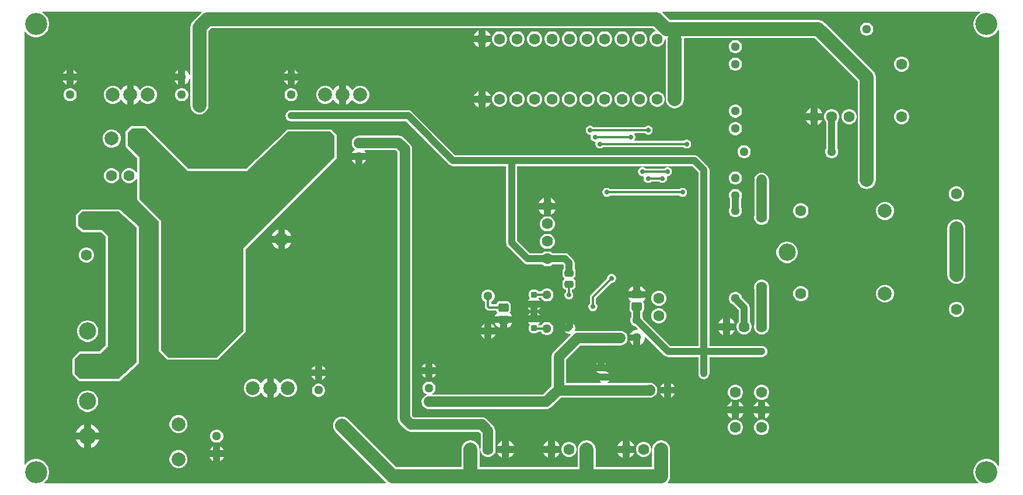
<source format=gbl>
G04*
G04 #@! TF.GenerationSoftware,Altium Limited,Altium Designer,21.9.2 (33)*
G04*
G04 Layer_Physical_Order=2*
G04 Layer_Color=255*
%FSLAX24Y24*%
%MOIN*%
G70*
G04*
G04 #@! TF.SameCoordinates,D973DA56-E0BB-4DEA-AE19-888B2019222A*
G04*
G04*
G04 #@! TF.FilePolarity,Positive*
G04*
G01*
G75*
%ADD10C,0.0118*%
G04:AMPARAMS|DCode=15|XSize=59.1mil|YSize=49.2mil|CornerRadius=12.3mil|HoleSize=0mil|Usage=FLASHONLY|Rotation=180.000|XOffset=0mil|YOffset=0mil|HoleType=Round|Shape=RoundedRectangle|*
%AMROUNDEDRECTD15*
21,1,0.0591,0.0246,0,0,180.0*
21,1,0.0344,0.0492,0,0,180.0*
1,1,0.0246,-0.0172,0.0123*
1,1,0.0246,0.0172,0.0123*
1,1,0.0246,0.0172,-0.0123*
1,1,0.0246,-0.0172,-0.0123*
%
%ADD15ROUNDEDRECTD15*%
G04:AMPARAMS|DCode=20|XSize=51.2mil|YSize=39.4mil|CornerRadius=9.8mil|HoleSize=0mil|Usage=FLASHONLY|Rotation=0.000|XOffset=0mil|YOffset=0mil|HoleType=Round|Shape=RoundedRectangle|*
%AMROUNDEDRECTD20*
21,1,0.0512,0.0197,0,0,0.0*
21,1,0.0315,0.0394,0,0,0.0*
1,1,0.0197,0.0157,-0.0098*
1,1,0.0197,-0.0157,-0.0098*
1,1,0.0197,-0.0157,0.0098*
1,1,0.0197,0.0157,0.0098*
%
%ADD20ROUNDEDRECTD20*%
%ADD48C,0.0394*%
%ADD52C,0.0591*%
%ADD53C,0.1260*%
%ADD54C,0.0630*%
%ADD55C,0.0787*%
%ADD56C,0.0512*%
%ADD57C,0.0984*%
%ADD58C,0.0276*%
G04:AMPARAMS|DCode=59|XSize=35.4mil|YSize=31.5mil|CornerRadius=7.9mil|HoleSize=0mil|Usage=FLASHONLY|Rotation=180.000|XOffset=0mil|YOffset=0mil|HoleType=Round|Shape=RoundedRectangle|*
%AMROUNDEDRECTD59*
21,1,0.0354,0.0157,0,0,180.0*
21,1,0.0197,0.0315,0,0,180.0*
1,1,0.0157,-0.0098,0.0079*
1,1,0.0157,0.0098,0.0079*
1,1,0.0157,0.0098,-0.0079*
1,1,0.0157,-0.0098,-0.0079*
%
%ADD59ROUNDEDRECTD59*%
%ADD60C,0.0787*%
G36*
X65541Y39002D02*
X65429Y38927D01*
X65324Y38823D01*
X65243Y38701D01*
X65186Y38565D01*
X65157Y38420D01*
Y38273D01*
X65186Y38128D01*
X65243Y37992D01*
X65324Y37870D01*
X65429Y37765D01*
X65551Y37684D01*
X65687Y37627D01*
X65832Y37598D01*
X65979D01*
X66124Y37627D01*
X66260Y37684D01*
X66382Y37765D01*
X66487Y37870D01*
X66561Y37982D01*
X66611Y37972D01*
Y13131D01*
X66561Y13121D01*
X66487Y13233D01*
X66382Y13337D01*
X66260Y13419D01*
X66124Y13475D01*
X65979Y13504D01*
X65832D01*
X65687Y13475D01*
X65551Y13419D01*
X65429Y13337D01*
X65324Y13233D01*
X65243Y13110D01*
X65186Y12974D01*
X65157Y12830D01*
Y12682D01*
X65186Y12538D01*
X65243Y12402D01*
X65324Y12279D01*
X65425Y12179D01*
X65422Y12153D01*
X65415Y12129D01*
X47719D01*
X47695Y12179D01*
X47758Y12262D01*
X47810Y12386D01*
X47827Y12520D01*
Y14061D01*
X47810Y14195D01*
X47758Y14319D01*
X47676Y14426D01*
X47569Y14508D01*
X47445Y14560D01*
X47311Y14577D01*
X47177Y14560D01*
X47053Y14508D01*
X46946Y14426D01*
X46864Y14319D01*
X46812Y14195D01*
X46795Y14061D01*
Y13036D01*
X43577D01*
Y14061D01*
X43560Y14195D01*
X43508Y14319D01*
X43426Y14426D01*
X43319Y14508D01*
X43195Y14560D01*
X43061Y14577D01*
X42927Y14560D01*
X42803Y14508D01*
X42696Y14426D01*
X42614Y14319D01*
X42562Y14195D01*
X42545Y14061D01*
Y13036D01*
X36952D01*
Y14061D01*
X36935Y14195D01*
X36883Y14319D01*
X36801Y14426D01*
X36694Y14508D01*
X36570Y14560D01*
X36436Y14577D01*
X36302Y14560D01*
X36178Y14508D01*
X36071Y14426D01*
X35989Y14319D01*
X35937Y14195D01*
X35920Y14061D01*
Y13036D01*
X32202D01*
X29460Y15778D01*
X29353Y15860D01*
X29228Y15912D01*
X29094Y15930D01*
X28961Y15912D01*
X28836Y15860D01*
X28729Y15778D01*
X28647Y15671D01*
X28596Y15547D01*
X28578Y15413D01*
X28596Y15280D01*
X28647Y15155D01*
X28729Y15048D01*
X31599Y12179D01*
X31578Y12129D01*
X12105D01*
X12098Y12153D01*
X12095Y12179D01*
X12195Y12279D01*
X12277Y12402D01*
X12333Y12538D01*
X12362Y12682D01*
Y12830D01*
X12333Y12974D01*
X12277Y13110D01*
X12195Y13233D01*
X12091Y13337D01*
X11968Y13419D01*
X11832Y13475D01*
X11688Y13504D01*
X11540D01*
X11396Y13475D01*
X11260Y13419D01*
X11137Y13337D01*
X11033Y13233D01*
X10998Y13180D01*
X10948Y13195D01*
Y37908D01*
X10998Y37923D01*
X11033Y37870D01*
X11137Y37765D01*
X11260Y37684D01*
X11396Y37627D01*
X11540Y37598D01*
X11688D01*
X11832Y37627D01*
X11968Y37684D01*
X12091Y37765D01*
X12195Y37870D01*
X12277Y37992D01*
X12333Y38128D01*
X12362Y38273D01*
Y38420D01*
X12333Y38565D01*
X12277Y38701D01*
X12195Y38823D01*
X12091Y38927D01*
X11979Y39002D01*
X11989Y39052D01*
X21048D01*
X21065Y39005D01*
X21041Y38987D01*
X20580Y38526D01*
X20498Y38419D01*
X20446Y38294D01*
X20429Y38161D01*
X20429Y38161D01*
Y35415D01*
X20379Y35408D01*
X20358Y35486D01*
X20298Y35589D01*
X20214Y35673D01*
X20133Y35720D01*
Y35311D01*
Y34902D01*
X20214Y34949D01*
X20298Y35033D01*
X20358Y35136D01*
X20379Y35214D01*
X20429Y35207D01*
Y34331D01*
Y33701D01*
X20446Y33567D01*
X20498Y33443D01*
X20580Y33336D01*
X20687Y33254D01*
X20811Y33202D01*
X20945Y33185D01*
X21078Y33202D01*
X21203Y33254D01*
X21310Y33336D01*
X21392Y33443D01*
X21444Y33567D01*
X21461Y33701D01*
Y34331D01*
Y37947D01*
X21620Y38106D01*
X46847D01*
X46989Y37964D01*
X46976Y37916D01*
X46930Y37904D01*
X46831Y37847D01*
X46751Y37766D01*
X46693Y37667D01*
X46664Y37557D01*
Y37443D01*
X46693Y37333D01*
X46751Y37234D01*
X46831Y37153D01*
X46930Y37096D01*
X47040Y37067D01*
X47154D01*
X47264Y37096D01*
X47363Y37153D01*
X47444Y37234D01*
X47501Y37333D01*
X47530Y37443D01*
Y37468D01*
X47563Y37494D01*
X47580Y37498D01*
X47581Y37497D01*
Y34050D01*
X47598Y33916D01*
X47650Y33792D01*
X47732Y33685D01*
X47839Y33603D01*
X47963Y33551D01*
X48097Y33534D01*
X48231Y33551D01*
X48355Y33603D01*
X48462Y33685D01*
X48544Y33792D01*
X48596Y33916D01*
X48613Y34050D01*
Y37500D01*
X48612Y37507D01*
X48645Y37545D01*
X56091D01*
X58545Y35091D01*
Y29436D01*
X58562Y29302D01*
X58614Y29178D01*
X58696Y29071D01*
X58803Y28989D01*
X58927Y28937D01*
X59061Y28920D01*
X59195Y28937D01*
X59319Y28989D01*
X59426Y29071D01*
X59508Y29178D01*
X59560Y29302D01*
X59577Y29436D01*
Y35305D01*
X59577Y35305D01*
X59560Y35439D01*
X59508Y35563D01*
X59426Y35670D01*
X59426Y35670D01*
X56670Y38426D01*
X56563Y38508D01*
X56439Y38560D01*
X56305Y38577D01*
X56305Y38577D01*
X47836D01*
X47426Y38987D01*
X47402Y39005D01*
X47418Y39052D01*
X65531D01*
X65541Y39002D01*
D02*
G37*
%LPC*%
G36*
X37294Y37977D02*
Y37697D01*
X37574D01*
X37574Y37698D01*
X37507Y37814D01*
X37411Y37910D01*
X37295Y37977D01*
X37294Y37977D01*
D02*
G37*
G36*
X36900D02*
X36899Y37977D01*
X36783Y37910D01*
X36688Y37814D01*
X36620Y37698D01*
X36620Y37697D01*
X36900D01*
Y37977D01*
D02*
G37*
G36*
X59110Y38435D02*
X59012D01*
X58917Y38410D01*
X58831Y38360D01*
X58762Y38291D01*
X58713Y38205D01*
X58687Y38110D01*
Y38012D01*
X58713Y37917D01*
X58762Y37831D01*
X58831Y37762D01*
X58917Y37713D01*
X59012Y37687D01*
X59110D01*
X59205Y37713D01*
X59291Y37762D01*
X59360Y37831D01*
X59410Y37917D01*
X59435Y38012D01*
Y38110D01*
X59410Y38205D01*
X59360Y38291D01*
X59291Y38360D01*
X59205Y38410D01*
X59110Y38435D01*
D02*
G37*
G36*
X46154Y37933D02*
X46040D01*
X45930Y37904D01*
X45831Y37847D01*
X45751Y37766D01*
X45693Y37667D01*
X45664Y37557D01*
Y37443D01*
X45693Y37333D01*
X45751Y37234D01*
X45831Y37153D01*
X45930Y37096D01*
X46040Y37067D01*
X46154D01*
X46264Y37096D01*
X46363Y37153D01*
X46444Y37234D01*
X46501Y37333D01*
X46530Y37443D01*
Y37557D01*
X46501Y37667D01*
X46444Y37766D01*
X46363Y37847D01*
X46264Y37904D01*
X46154Y37933D01*
D02*
G37*
G36*
X45154D02*
X45040D01*
X44930Y37904D01*
X44831Y37847D01*
X44751Y37766D01*
X44693Y37667D01*
X44664Y37557D01*
Y37443D01*
X44693Y37333D01*
X44751Y37234D01*
X44831Y37153D01*
X44930Y37096D01*
X45040Y37067D01*
X45154D01*
X45264Y37096D01*
X45363Y37153D01*
X45444Y37234D01*
X45501Y37333D01*
X45530Y37443D01*
Y37557D01*
X45501Y37667D01*
X45444Y37766D01*
X45363Y37847D01*
X45264Y37904D01*
X45154Y37933D01*
D02*
G37*
G36*
X44154D02*
X44040D01*
X43930Y37904D01*
X43831Y37847D01*
X43751Y37766D01*
X43693Y37667D01*
X43664Y37557D01*
Y37443D01*
X43693Y37333D01*
X43751Y37234D01*
X43831Y37153D01*
X43930Y37096D01*
X44040Y37067D01*
X44154D01*
X44264Y37096D01*
X44363Y37153D01*
X44444Y37234D01*
X44501Y37333D01*
X44530Y37443D01*
Y37557D01*
X44501Y37667D01*
X44444Y37766D01*
X44363Y37847D01*
X44264Y37904D01*
X44154Y37933D01*
D02*
G37*
G36*
X43154D02*
X43040D01*
X42930Y37904D01*
X42831Y37847D01*
X42751Y37766D01*
X42693Y37667D01*
X42664Y37557D01*
Y37443D01*
X42693Y37333D01*
X42751Y37234D01*
X42831Y37153D01*
X42930Y37096D01*
X43040Y37067D01*
X43154D01*
X43264Y37096D01*
X43363Y37153D01*
X43444Y37234D01*
X43501Y37333D01*
X43530Y37443D01*
Y37557D01*
X43501Y37667D01*
X43444Y37766D01*
X43363Y37847D01*
X43264Y37904D01*
X43154Y37933D01*
D02*
G37*
G36*
X42154D02*
X42040D01*
X41930Y37904D01*
X41831Y37847D01*
X41751Y37766D01*
X41693Y37667D01*
X41664Y37557D01*
Y37443D01*
X41693Y37333D01*
X41751Y37234D01*
X41831Y37153D01*
X41930Y37096D01*
X42040Y37067D01*
X42154D01*
X42264Y37096D01*
X42363Y37153D01*
X42444Y37234D01*
X42501Y37333D01*
X42530Y37443D01*
Y37557D01*
X42501Y37667D01*
X42444Y37766D01*
X42363Y37847D01*
X42264Y37904D01*
X42154Y37933D01*
D02*
G37*
G36*
X41154D02*
X41040D01*
X40930Y37904D01*
X40831Y37847D01*
X40751Y37766D01*
X40693Y37667D01*
X40664Y37557D01*
Y37443D01*
X40693Y37333D01*
X40751Y37234D01*
X40831Y37153D01*
X40930Y37096D01*
X41040Y37067D01*
X41154D01*
X41264Y37096D01*
X41363Y37153D01*
X41444Y37234D01*
X41501Y37333D01*
X41530Y37443D01*
Y37557D01*
X41501Y37667D01*
X41444Y37766D01*
X41363Y37847D01*
X41264Y37904D01*
X41154Y37933D01*
D02*
G37*
G36*
X40154D02*
X40040D01*
X39930Y37904D01*
X39831Y37847D01*
X39751Y37766D01*
X39693Y37667D01*
X39664Y37557D01*
Y37443D01*
X39693Y37333D01*
X39751Y37234D01*
X39831Y37153D01*
X39930Y37096D01*
X40040Y37067D01*
X40154D01*
X40264Y37096D01*
X40363Y37153D01*
X40444Y37234D01*
X40501Y37333D01*
X40530Y37443D01*
Y37557D01*
X40501Y37667D01*
X40444Y37766D01*
X40363Y37847D01*
X40264Y37904D01*
X40154Y37933D01*
D02*
G37*
G36*
X39154D02*
X39040D01*
X38930Y37904D01*
X38831Y37847D01*
X38751Y37766D01*
X38693Y37667D01*
X38664Y37557D01*
Y37443D01*
X38693Y37333D01*
X38751Y37234D01*
X38831Y37153D01*
X38930Y37096D01*
X39040Y37067D01*
X39154D01*
X39264Y37096D01*
X39363Y37153D01*
X39444Y37234D01*
X39501Y37333D01*
X39530Y37443D01*
Y37557D01*
X39501Y37667D01*
X39444Y37766D01*
X39363Y37847D01*
X39264Y37904D01*
X39154Y37933D01*
D02*
G37*
G36*
X38154D02*
X38040D01*
X37930Y37904D01*
X37831Y37847D01*
X37751Y37766D01*
X37693Y37667D01*
X37664Y37557D01*
Y37443D01*
X37693Y37333D01*
X37751Y37234D01*
X37831Y37153D01*
X37930Y37096D01*
X38040Y37067D01*
X38154D01*
X38264Y37096D01*
X38363Y37153D01*
X38444Y37234D01*
X38501Y37333D01*
X38530Y37443D01*
Y37557D01*
X38501Y37667D01*
X38444Y37766D01*
X38363Y37847D01*
X38264Y37904D01*
X38154Y37933D01*
D02*
G37*
G36*
X37574Y37303D02*
X37294D01*
Y37023D01*
X37295Y37023D01*
X37411Y37090D01*
X37507Y37186D01*
X37574Y37302D01*
X37574Y37303D01*
D02*
G37*
G36*
X36900D02*
X36620D01*
X36620Y37302D01*
X36688Y37186D01*
X36783Y37090D01*
X36899Y37023D01*
X36900Y37023D01*
Y37303D01*
D02*
G37*
G36*
X51610Y37435D02*
X51512D01*
X51417Y37410D01*
X51331Y37360D01*
X51262Y37291D01*
X51213Y37205D01*
X51187Y37110D01*
Y37012D01*
X51213Y36917D01*
X51262Y36831D01*
X51331Y36762D01*
X51417Y36713D01*
X51512Y36687D01*
X51610D01*
X51705Y36713D01*
X51791Y36762D01*
X51860Y36831D01*
X51910Y36917D01*
X51935Y37012D01*
Y37110D01*
X51910Y37205D01*
X51860Y37291D01*
X51791Y37360D01*
X51705Y37410D01*
X51610Y37435D01*
D02*
G37*
G36*
Y36435D02*
X51512D01*
X51417Y36410D01*
X51331Y36360D01*
X51262Y36291D01*
X51213Y36205D01*
X51187Y36110D01*
Y36012D01*
X51213Y35917D01*
X51262Y35831D01*
X51331Y35762D01*
X51417Y35712D01*
X51512Y35687D01*
X51610D01*
X51705Y35712D01*
X51791Y35762D01*
X51860Y35831D01*
X51910Y35917D01*
X51935Y36012D01*
Y36110D01*
X51910Y36205D01*
X51860Y36291D01*
X51791Y36360D01*
X51705Y36410D01*
X51610Y36435D01*
D02*
G37*
G36*
X61118Y36494D02*
X61004D01*
X60894Y36465D01*
X60795Y36408D01*
X60714Y36327D01*
X60657Y36228D01*
X60628Y36118D01*
Y36004D01*
X60657Y35894D01*
X60714Y35795D01*
X60795Y35714D01*
X60894Y35657D01*
X61004Y35628D01*
X61118D01*
X61228Y35657D01*
X61327Y35714D01*
X61408Y35795D01*
X61465Y35894D01*
X61494Y36004D01*
Y36118D01*
X61465Y36228D01*
X61408Y36327D01*
X61327Y36408D01*
X61228Y36465D01*
X61118Y36494D01*
D02*
G37*
G36*
X26383Y35720D02*
Y35508D01*
X26595D01*
X26548Y35589D01*
X26464Y35673D01*
X26383Y35720D01*
D02*
G37*
G36*
X13758D02*
Y35508D01*
X13970D01*
X13923Y35589D01*
X13839Y35673D01*
X13758Y35720D01*
D02*
G37*
G36*
X25989D02*
X25908Y35673D01*
X25824Y35589D01*
X25777Y35508D01*
X25989D01*
Y35720D01*
D02*
G37*
G36*
X19739D02*
X19658Y35673D01*
X19574Y35589D01*
X19527Y35508D01*
X19739D01*
Y35720D01*
D02*
G37*
G36*
X13364D02*
X13283Y35673D01*
X13199Y35589D01*
X13152Y35508D01*
X13364D01*
Y35720D01*
D02*
G37*
G36*
X26595Y35114D02*
X26383D01*
Y34902D01*
X26464Y34949D01*
X26548Y35033D01*
X26595Y35114D01*
D02*
G37*
G36*
X13970D02*
X13758D01*
Y34902D01*
X13839Y34949D01*
X13923Y35033D01*
X13970Y35114D01*
D02*
G37*
G36*
X25989D02*
X25777D01*
X25824Y35033D01*
X25908Y34949D01*
X25989Y34902D01*
Y35114D01*
D02*
G37*
G36*
X19739D02*
X19527D01*
X19574Y35033D01*
X19658Y34949D01*
X19739Y34902D01*
Y35114D01*
D02*
G37*
G36*
X13364D02*
X13152D01*
X13199Y35033D01*
X13283Y34949D01*
X13364Y34902D01*
Y35114D01*
D02*
G37*
G36*
X28933Y34869D02*
X28850Y34834D01*
X28753Y34770D01*
X28671Y34687D01*
X28612Y34599D01*
X28559Y34591D01*
X28539Y34625D01*
X28444Y34721D01*
X28327Y34788D01*
X28197Y34823D01*
X28063D01*
X27932Y34788D01*
X27816Y34721D01*
X27720Y34625D01*
X27653Y34509D01*
X27618Y34378D01*
Y34244D01*
X27653Y34113D01*
X27720Y33997D01*
X27816Y33901D01*
X27932Y33834D01*
X28063Y33799D01*
X28197D01*
X28327Y33834D01*
X28444Y33901D01*
X28539Y33997D01*
X28559Y34031D01*
X28612Y34023D01*
X28671Y33935D01*
X28753Y33852D01*
X28850Y33788D01*
X28933Y33753D01*
Y34311D01*
Y34869D01*
D02*
G37*
G36*
X16808D02*
X16725Y34834D01*
X16628Y34770D01*
X16546Y34687D01*
X16487Y34599D01*
X16434Y34591D01*
X16414Y34625D01*
X16319Y34721D01*
X16202Y34788D01*
X16072Y34823D01*
X15938D01*
X15807Y34788D01*
X15691Y34721D01*
X15595Y34625D01*
X15528Y34509D01*
X15493Y34378D01*
Y34244D01*
X15528Y34113D01*
X15595Y33997D01*
X15691Y33901D01*
X15807Y33834D01*
X15938Y33799D01*
X16072D01*
X16202Y33834D01*
X16319Y33901D01*
X16414Y33997D01*
X16434Y34031D01*
X16487Y34023D01*
X16546Y33935D01*
X16628Y33852D01*
X16725Y33788D01*
X16808Y33753D01*
Y34311D01*
Y34869D01*
D02*
G37*
G36*
X37294Y34527D02*
Y34247D01*
X37574D01*
X37574Y34248D01*
X37507Y34364D01*
X37411Y34460D01*
X37295Y34527D01*
X37294Y34527D01*
D02*
G37*
G36*
X36900D02*
X36899Y34527D01*
X36783Y34460D01*
X36688Y34364D01*
X36620Y34248D01*
X36620Y34247D01*
X36900D01*
Y34527D01*
D02*
G37*
G36*
X26235Y34685D02*
X26137D01*
X26042Y34660D01*
X25956Y34610D01*
X25887Y34541D01*
X25838Y34455D01*
X25812Y34360D01*
Y34262D01*
X25838Y34167D01*
X25887Y34081D01*
X25956Y34012D01*
X26042Y33963D01*
X26137Y33937D01*
X26235D01*
X26330Y33963D01*
X26416Y34012D01*
X26485Y34081D01*
X26535Y34167D01*
X26560Y34262D01*
Y34360D01*
X26535Y34455D01*
X26485Y34541D01*
X26416Y34610D01*
X26330Y34660D01*
X26235Y34685D01*
D02*
G37*
G36*
X19985D02*
X19887D01*
X19792Y34660D01*
X19706Y34610D01*
X19637Y34541D01*
X19588Y34455D01*
X19562Y34360D01*
Y34262D01*
X19588Y34167D01*
X19637Y34081D01*
X19706Y34012D01*
X19792Y33963D01*
X19887Y33937D01*
X19985D01*
X20080Y33963D01*
X20166Y34012D01*
X20235Y34081D01*
X20285Y34167D01*
X20310Y34262D01*
Y34360D01*
X20285Y34455D01*
X20235Y34541D01*
X20166Y34610D01*
X20080Y34660D01*
X19985Y34685D01*
D02*
G37*
G36*
X13610D02*
X13512D01*
X13417Y34660D01*
X13331Y34610D01*
X13262Y34541D01*
X13212Y34455D01*
X13187Y34360D01*
Y34262D01*
X13212Y34167D01*
X13262Y34081D01*
X13331Y34012D01*
X13417Y33963D01*
X13512Y33937D01*
X13610D01*
X13705Y33963D01*
X13791Y34012D01*
X13860Y34081D01*
X13910Y34167D01*
X13935Y34262D01*
Y34360D01*
X13910Y34455D01*
X13860Y34541D01*
X13791Y34610D01*
X13705Y34660D01*
X13610Y34685D01*
D02*
G37*
G36*
X29327Y34869D02*
Y34311D01*
Y33753D01*
X29410Y33788D01*
X29506Y33852D01*
X29589Y33935D01*
X29648Y34023D01*
X29700Y34031D01*
X29720Y33997D01*
X29816Y33901D01*
X29932Y33834D01*
X30063Y33799D01*
X30197D01*
X30327Y33834D01*
X30444Y33901D01*
X30539Y33997D01*
X30607Y34113D01*
X30642Y34244D01*
Y34378D01*
X30607Y34509D01*
X30539Y34625D01*
X30444Y34721D01*
X30327Y34788D01*
X30197Y34823D01*
X30063D01*
X29932Y34788D01*
X29816Y34721D01*
X29720Y34625D01*
X29700Y34591D01*
X29648Y34599D01*
X29589Y34687D01*
X29506Y34770D01*
X29410Y34834D01*
X29327Y34869D01*
D02*
G37*
G36*
X17202D02*
Y34311D01*
Y33753D01*
X17285Y33788D01*
X17381Y33852D01*
X17464Y33935D01*
X17523Y34023D01*
X17575Y34031D01*
X17595Y33997D01*
X17691Y33901D01*
X17807Y33834D01*
X17938Y33799D01*
X18072D01*
X18202Y33834D01*
X18319Y33901D01*
X18414Y33997D01*
X18482Y34113D01*
X18517Y34244D01*
Y34378D01*
X18482Y34509D01*
X18414Y34625D01*
X18319Y34721D01*
X18202Y34788D01*
X18072Y34823D01*
X17938D01*
X17807Y34788D01*
X17691Y34721D01*
X17595Y34625D01*
X17575Y34591D01*
X17523Y34599D01*
X17464Y34687D01*
X17381Y34770D01*
X17285Y34834D01*
X17202Y34869D01*
D02*
G37*
G36*
X47154Y34483D02*
X47040D01*
X46930Y34454D01*
X46831Y34397D01*
X46751Y34316D01*
X46693Y34217D01*
X46664Y34107D01*
Y33993D01*
X46693Y33883D01*
X46751Y33784D01*
X46831Y33703D01*
X46930Y33646D01*
X47040Y33617D01*
X47154D01*
X47264Y33646D01*
X47363Y33703D01*
X47444Y33784D01*
X47501Y33883D01*
X47530Y33993D01*
Y34107D01*
X47501Y34217D01*
X47444Y34316D01*
X47363Y34397D01*
X47264Y34454D01*
X47154Y34483D01*
D02*
G37*
G36*
X46154D02*
X46040D01*
X45930Y34454D01*
X45831Y34397D01*
X45751Y34316D01*
X45693Y34217D01*
X45664Y34107D01*
Y33993D01*
X45693Y33883D01*
X45751Y33784D01*
X45831Y33703D01*
X45930Y33646D01*
X46040Y33617D01*
X46154D01*
X46264Y33646D01*
X46363Y33703D01*
X46444Y33784D01*
X46501Y33883D01*
X46530Y33993D01*
Y34107D01*
X46501Y34217D01*
X46444Y34316D01*
X46363Y34397D01*
X46264Y34454D01*
X46154Y34483D01*
D02*
G37*
G36*
X45154D02*
X45040D01*
X44930Y34454D01*
X44831Y34397D01*
X44751Y34316D01*
X44693Y34217D01*
X44664Y34107D01*
Y33993D01*
X44693Y33883D01*
X44751Y33784D01*
X44831Y33703D01*
X44930Y33646D01*
X45040Y33617D01*
X45154D01*
X45264Y33646D01*
X45363Y33703D01*
X45444Y33784D01*
X45501Y33883D01*
X45530Y33993D01*
Y34107D01*
X45501Y34217D01*
X45444Y34316D01*
X45363Y34397D01*
X45264Y34454D01*
X45154Y34483D01*
D02*
G37*
G36*
X44154D02*
X44040D01*
X43930Y34454D01*
X43831Y34397D01*
X43751Y34316D01*
X43693Y34217D01*
X43664Y34107D01*
Y33993D01*
X43693Y33883D01*
X43751Y33784D01*
X43831Y33703D01*
X43930Y33646D01*
X44040Y33617D01*
X44154D01*
X44264Y33646D01*
X44363Y33703D01*
X44444Y33784D01*
X44501Y33883D01*
X44530Y33993D01*
Y34107D01*
X44501Y34217D01*
X44444Y34316D01*
X44363Y34397D01*
X44264Y34454D01*
X44154Y34483D01*
D02*
G37*
G36*
X43154D02*
X43040D01*
X42930Y34454D01*
X42831Y34397D01*
X42751Y34316D01*
X42693Y34217D01*
X42664Y34107D01*
Y33993D01*
X42693Y33883D01*
X42751Y33784D01*
X42831Y33703D01*
X42930Y33646D01*
X43040Y33617D01*
X43154D01*
X43264Y33646D01*
X43363Y33703D01*
X43444Y33784D01*
X43501Y33883D01*
X43530Y33993D01*
Y34107D01*
X43501Y34217D01*
X43444Y34316D01*
X43363Y34397D01*
X43264Y34454D01*
X43154Y34483D01*
D02*
G37*
G36*
X42154D02*
X42040D01*
X41930Y34454D01*
X41831Y34397D01*
X41751Y34316D01*
X41693Y34217D01*
X41664Y34107D01*
Y33993D01*
X41693Y33883D01*
X41751Y33784D01*
X41831Y33703D01*
X41930Y33646D01*
X42040Y33617D01*
X42154D01*
X42264Y33646D01*
X42363Y33703D01*
X42444Y33784D01*
X42501Y33883D01*
X42530Y33993D01*
Y34107D01*
X42501Y34217D01*
X42444Y34316D01*
X42363Y34397D01*
X42264Y34454D01*
X42154Y34483D01*
D02*
G37*
G36*
X41154D02*
X41040D01*
X40930Y34454D01*
X40831Y34397D01*
X40751Y34316D01*
X40693Y34217D01*
X40664Y34107D01*
Y33993D01*
X40693Y33883D01*
X40751Y33784D01*
X40831Y33703D01*
X40930Y33646D01*
X41040Y33617D01*
X41154D01*
X41264Y33646D01*
X41363Y33703D01*
X41444Y33784D01*
X41501Y33883D01*
X41530Y33993D01*
Y34107D01*
X41501Y34217D01*
X41444Y34316D01*
X41363Y34397D01*
X41264Y34454D01*
X41154Y34483D01*
D02*
G37*
G36*
X40154D02*
X40040D01*
X39930Y34454D01*
X39831Y34397D01*
X39751Y34316D01*
X39693Y34217D01*
X39664Y34107D01*
Y33993D01*
X39693Y33883D01*
X39751Y33784D01*
X39831Y33703D01*
X39930Y33646D01*
X40040Y33617D01*
X40154D01*
X40264Y33646D01*
X40363Y33703D01*
X40444Y33784D01*
X40501Y33883D01*
X40530Y33993D01*
Y34107D01*
X40501Y34217D01*
X40444Y34316D01*
X40363Y34397D01*
X40264Y34454D01*
X40154Y34483D01*
D02*
G37*
G36*
X39154D02*
X39040D01*
X38930Y34454D01*
X38831Y34397D01*
X38751Y34316D01*
X38693Y34217D01*
X38664Y34107D01*
Y33993D01*
X38693Y33883D01*
X38751Y33784D01*
X38831Y33703D01*
X38930Y33646D01*
X39040Y33617D01*
X39154D01*
X39264Y33646D01*
X39363Y33703D01*
X39444Y33784D01*
X39501Y33883D01*
X39530Y33993D01*
Y34107D01*
X39501Y34217D01*
X39444Y34316D01*
X39363Y34397D01*
X39264Y34454D01*
X39154Y34483D01*
D02*
G37*
G36*
X38154D02*
X38040D01*
X37930Y34454D01*
X37831Y34397D01*
X37751Y34316D01*
X37693Y34217D01*
X37664Y34107D01*
Y33993D01*
X37693Y33883D01*
X37751Y33784D01*
X37831Y33703D01*
X37930Y33646D01*
X38040Y33617D01*
X38154D01*
X38264Y33646D01*
X38363Y33703D01*
X38444Y33784D01*
X38501Y33883D01*
X38530Y33993D01*
Y34107D01*
X38501Y34217D01*
X38444Y34316D01*
X38363Y34397D01*
X38264Y34454D01*
X38154Y34483D01*
D02*
G37*
G36*
X37574Y33853D02*
X37294D01*
Y33573D01*
X37295Y33573D01*
X37411Y33640D01*
X37507Y33736D01*
X37574Y33852D01*
X37574Y33853D01*
D02*
G37*
G36*
X36900D02*
X36620D01*
X36620Y33852D01*
X36688Y33736D01*
X36783Y33640D01*
X36899Y33573D01*
X36900Y33573D01*
Y33853D01*
D02*
G37*
G36*
X56258Y33538D02*
Y33258D01*
X56538D01*
X56538Y33259D01*
X56471Y33375D01*
X56375Y33471D01*
X56259Y33538D01*
X56258Y33538D01*
D02*
G37*
G36*
X55864D02*
X55863Y33538D01*
X55747Y33471D01*
X55651Y33375D01*
X55584Y33259D01*
X55584Y33258D01*
X55864D01*
Y33538D01*
D02*
G37*
G36*
X51610Y33748D02*
X51512D01*
X51417Y33722D01*
X51331Y33673D01*
X51262Y33603D01*
X51213Y33518D01*
X51187Y33423D01*
Y33324D01*
X51213Y33229D01*
X51262Y33144D01*
X51331Y33074D01*
X51417Y33025D01*
X51512Y33000D01*
X51610D01*
X51705Y33025D01*
X51791Y33074D01*
X51860Y33144D01*
X51910Y33229D01*
X51935Y33324D01*
Y33423D01*
X51910Y33518D01*
X51860Y33603D01*
X51791Y33673D01*
X51705Y33722D01*
X51610Y33748D01*
D02*
G37*
G36*
X61118Y33494D02*
X61004D01*
X60894Y33465D01*
X60795Y33408D01*
X60714Y33327D01*
X60657Y33228D01*
X60628Y33118D01*
Y33004D01*
X60657Y32894D01*
X60714Y32795D01*
X60795Y32714D01*
X60894Y32657D01*
X61004Y32628D01*
X61118D01*
X61228Y32657D01*
X61327Y32714D01*
X61408Y32795D01*
X61465Y32894D01*
X61494Y33004D01*
Y33118D01*
X61465Y33228D01*
X61408Y33327D01*
X61327Y33408D01*
X61228Y33465D01*
X61118Y33494D01*
D02*
G37*
G36*
X58118D02*
X58004D01*
X57894Y33465D01*
X57795Y33408D01*
X57714Y33327D01*
X57657Y33228D01*
X57628Y33118D01*
Y33004D01*
X57657Y32894D01*
X57714Y32795D01*
X57795Y32714D01*
X57894Y32657D01*
X58004Y32628D01*
X58118D01*
X58228Y32657D01*
X58327Y32714D01*
X58408Y32795D01*
X58465Y32894D01*
X58494Y33004D01*
Y33118D01*
X58465Y33228D01*
X58408Y33327D01*
X58327Y33408D01*
X58228Y33465D01*
X58118Y33494D01*
D02*
G37*
G36*
X56538Y32864D02*
X56258D01*
Y32584D01*
X56259Y32584D01*
X56375Y32651D01*
X56471Y32747D01*
X56538Y32863D01*
X56538Y32864D01*
D02*
G37*
G36*
X55864D02*
X55584D01*
X55584Y32863D01*
X55651Y32747D01*
X55747Y32651D01*
X55863Y32584D01*
X55864Y32584D01*
Y32864D01*
D02*
G37*
G36*
X17835Y32522D02*
X17835Y32522D01*
X17087D01*
X17087Y32522D01*
X17041Y32513D01*
X17001Y32487D01*
X16765Y32251D01*
X16739Y32211D01*
X16730Y32165D01*
X16730Y32165D01*
Y31969D01*
Y31417D01*
X16730Y31417D01*
X16739Y31371D01*
X16765Y31332D01*
X17399Y30698D01*
Y29824D01*
X17349Y29817D01*
X17340Y29853D01*
X17283Y29952D01*
X17202Y30033D01*
X17103Y30090D01*
X16993Y30119D01*
X16879D01*
X16769Y30090D01*
X16670Y30033D01*
X16589Y29952D01*
X16532Y29853D01*
X16503Y29743D01*
Y29629D01*
X16532Y29519D01*
X16589Y29420D01*
X16670Y29339D01*
X16769Y29282D01*
X16879Y29253D01*
X16993D01*
X17103Y29282D01*
X17202Y29339D01*
X17283Y29420D01*
X17340Y29519D01*
X17349Y29555D01*
X17399Y29548D01*
Y28346D01*
X17408Y28300D01*
X17435Y28261D01*
X18620Y27076D01*
Y19724D01*
X18620Y19724D01*
X18629Y19678D01*
X18655Y19639D01*
X19088Y19206D01*
X19127Y19180D01*
X19173Y19171D01*
X19173Y19171D01*
X21929Y19171D01*
X21929Y19171D01*
X21975Y19180D01*
X22014Y19206D01*
X22014Y19206D01*
X23550Y20742D01*
X23576Y20781D01*
X23585Y20827D01*
X23585Y20827D01*
Y25501D01*
X28747Y30663D01*
X28773Y30702D01*
X28782Y30748D01*
X28782Y30748D01*
Y31969D01*
X28782Y31969D01*
X28773Y32015D01*
X28747Y32054D01*
X28747Y32054D01*
X28510Y32290D01*
X28471Y32316D01*
X28425Y32325D01*
X28425Y32325D01*
X26024D01*
X26002Y32321D01*
X25980Y32317D01*
X25979Y32316D01*
X25978Y32316D01*
X25959Y32304D01*
X25941Y32292D01*
X23613Y30081D01*
X20325D01*
X17920Y32487D01*
X17881Y32513D01*
X17835Y32522D01*
D02*
G37*
G36*
X46609Y32539D02*
X46541D01*
X46476Y32522D01*
X46418Y32488D01*
X46394Y32464D01*
X43449D01*
X43425Y32488D01*
X43366Y32522D01*
X43301Y32539D01*
X43234D01*
X43169Y32522D01*
X43111Y32488D01*
X43063Y32441D01*
X43029Y32382D01*
X43012Y32317D01*
Y32250D01*
X43029Y32185D01*
X43063Y32126D01*
X43111Y32079D01*
X43169Y32045D01*
X43234Y32028D01*
X43270D01*
X43286Y32010D01*
X43302Y31978D01*
X43287Y31923D01*
Y31856D01*
X43305Y31791D01*
X43339Y31733D01*
X43386Y31685D01*
X43445Y31651D01*
X43510Y31634D01*
X43545D01*
X43561Y31616D01*
X43578Y31584D01*
X43563Y31530D01*
Y31462D01*
X43580Y31397D01*
X43614Y31339D01*
X43662Y31291D01*
X43720Y31258D01*
X43785Y31240D01*
X43853D01*
X43918Y31258D01*
X43976Y31291D01*
X44000Y31315D01*
X48598D01*
X48622Y31291D01*
X48681Y31258D01*
X48746Y31240D01*
X48813D01*
X48878Y31258D01*
X48937Y31291D01*
X48984Y31339D01*
X49018Y31397D01*
X49035Y31462D01*
Y31530D01*
X49018Y31595D01*
X48984Y31653D01*
X48937Y31701D01*
X48878Y31735D01*
X48813Y31752D01*
X48746D01*
X48681Y31735D01*
X48622Y31701D01*
X48598Y31677D01*
X45810D01*
X45789Y31727D01*
X45795Y31733D01*
X45829Y31791D01*
X45846Y31856D01*
Y31923D01*
X45829Y31989D01*
X45795Y32047D01*
X45789Y32053D01*
X45810Y32103D01*
X46394D01*
X46418Y32079D01*
X46476Y32045D01*
X46541Y32028D01*
X46609D01*
X46674Y32045D01*
X46732Y32079D01*
X46780Y32126D01*
X46813Y32185D01*
X46831Y32250D01*
Y32317D01*
X46813Y32382D01*
X46780Y32441D01*
X46732Y32488D01*
X46674Y32522D01*
X46609Y32539D01*
D02*
G37*
G36*
X51610Y32748D02*
X51512D01*
X51417Y32722D01*
X51331Y32673D01*
X51262Y32603D01*
X51213Y32518D01*
X51187Y32423D01*
Y32324D01*
X51213Y32229D01*
X51262Y32144D01*
X51331Y32074D01*
X51417Y32025D01*
X51512Y32000D01*
X51610D01*
X51705Y32025D01*
X51791Y32074D01*
X51860Y32144D01*
X51910Y32229D01*
X51935Y32324D01*
Y32423D01*
X51910Y32518D01*
X51860Y32603D01*
X51791Y32673D01*
X51705Y32722D01*
X51610Y32748D01*
D02*
G37*
G36*
X16003Y32323D02*
X15869D01*
X15738Y32288D01*
X15622Y32221D01*
X15526Y32125D01*
X15459Y32009D01*
X15424Y31878D01*
Y31744D01*
X15459Y31613D01*
X15526Y31497D01*
X15622Y31401D01*
X15738Y31334D01*
X15869Y31299D01*
X16003D01*
X16134Y31334D01*
X16250Y31401D01*
X16346Y31497D01*
X16413Y31613D01*
X16448Y31744D01*
Y31878D01*
X16413Y32009D01*
X16346Y32125D01*
X16250Y32221D01*
X16134Y32288D01*
X16003Y32323D01*
D02*
G37*
G36*
X57118Y33494D02*
X57004D01*
X56894Y33465D01*
X56795Y33408D01*
X56714Y33327D01*
X56657Y33228D01*
X56628Y33118D01*
Y33004D01*
X56657Y32894D01*
X56714Y32795D01*
X56743Y32766D01*
Y31259D01*
X56712Y31205D01*
X56687Y31110D01*
Y31012D01*
X56712Y30917D01*
X56762Y30831D01*
X56831Y30762D01*
X56917Y30712D01*
X57012Y30687D01*
X57110D01*
X57205Y30712D01*
X57291Y30762D01*
X57360Y30831D01*
X57410Y30917D01*
X57435Y31012D01*
Y31110D01*
X57410Y31205D01*
X57379Y31259D01*
Y32766D01*
X57408Y32795D01*
X57465Y32894D01*
X57494Y33004D01*
Y33118D01*
X57465Y33228D01*
X57408Y33327D01*
X57327Y33408D01*
X57228Y33465D01*
X57118Y33494D01*
D02*
G37*
G36*
X52110Y31435D02*
X52012D01*
X51917Y31410D01*
X51831Y31360D01*
X51762Y31291D01*
X51712Y31205D01*
X51687Y31110D01*
Y31012D01*
X51712Y30917D01*
X51762Y30831D01*
X51831Y30762D01*
X51917Y30712D01*
X52012Y30687D01*
X52110D01*
X52205Y30712D01*
X52291Y30762D01*
X52360Y30831D01*
X52410Y30917D01*
X52435Y31012D01*
Y31110D01*
X52410Y31205D01*
X52360Y31291D01*
X52291Y31360D01*
X52205Y31410D01*
X52110Y31435D01*
D02*
G37*
G36*
X29864Y30577D02*
X29652D01*
X29699Y30496D01*
X29783Y30411D01*
X29864Y30364D01*
Y30577D01*
D02*
G37*
G36*
X30470D02*
X30258D01*
Y30364D01*
X30339Y30411D01*
X30423Y30496D01*
X30470Y30577D01*
D02*
G37*
G36*
X47711Y30177D02*
X47643D01*
X47578Y30160D01*
X47520Y30126D01*
X47496Y30102D01*
X46441D01*
X46417Y30126D01*
X46359Y30160D01*
X46294Y30177D01*
X46226D01*
X46161Y30160D01*
X46103Y30126D01*
X46055Y30078D01*
X46021Y30020D01*
X46004Y29955D01*
Y29888D01*
X46021Y29822D01*
X46055Y29764D01*
X46103Y29716D01*
X46161Y29683D01*
X46226Y29665D01*
X46294D01*
X46303Y29668D01*
X46336Y29626D01*
X46319Y29561D01*
Y29494D01*
X46336Y29429D01*
X46370Y29370D01*
X46418Y29323D01*
X46476Y29289D01*
X46541Y29272D01*
X46609D01*
X46674Y29289D01*
X46732Y29323D01*
X46756Y29347D01*
X47220D01*
X47244Y29323D01*
X47303Y29289D01*
X47368Y29272D01*
X47435D01*
X47500Y29289D01*
X47559Y29323D01*
X47606Y29370D01*
X47640Y29429D01*
X47657Y29494D01*
Y29561D01*
X47643Y29616D01*
X47659Y29648D01*
X47675Y29665D01*
X47711D01*
X47776Y29683D01*
X47834Y29716D01*
X47882Y29764D01*
X47916Y29822D01*
X47933Y29888D01*
Y29955D01*
X47916Y30020D01*
X47882Y30078D01*
X47834Y30126D01*
X47776Y30160D01*
X47711Y30177D01*
D02*
G37*
G36*
X15993Y30119D02*
X15879D01*
X15769Y30090D01*
X15670Y30033D01*
X15589Y29952D01*
X15532Y29853D01*
X15503Y29743D01*
Y29629D01*
X15532Y29519D01*
X15589Y29420D01*
X15670Y29339D01*
X15769Y29282D01*
X15879Y29253D01*
X15993D01*
X16103Y29282D01*
X16202Y29339D01*
X16283Y29420D01*
X16340Y29519D01*
X16369Y29629D01*
Y29743D01*
X16340Y29853D01*
X16283Y29952D01*
X16202Y30033D01*
X16103Y30090D01*
X15993Y30119D01*
D02*
G37*
G36*
X51610Y29935D02*
X51512D01*
X51417Y29910D01*
X51331Y29860D01*
X51262Y29791D01*
X51213Y29705D01*
X51187Y29610D01*
Y29512D01*
X51213Y29417D01*
X51262Y29331D01*
X51331Y29262D01*
X51417Y29213D01*
X51512Y29187D01*
X51610D01*
X51705Y29213D01*
X51791Y29262D01*
X51860Y29331D01*
X51910Y29417D01*
X51935Y29512D01*
Y29610D01*
X51910Y29705D01*
X51860Y29791D01*
X51791Y29860D01*
X51705Y29910D01*
X51610Y29935D01*
D02*
G37*
G36*
X48577Y28996D02*
X48510D01*
X48445Y28979D01*
X48386Y28945D01*
X48362Y28921D01*
X44394D01*
X44370Y28945D01*
X44311Y28979D01*
X44246Y28996D01*
X44179D01*
X44114Y28979D01*
X44055Y28945D01*
X44008Y28897D01*
X43974Y28839D01*
X43957Y28774D01*
Y28706D01*
X43974Y28641D01*
X44008Y28583D01*
X44055Y28535D01*
X44114Y28502D01*
X44179Y28484D01*
X44246D01*
X44311Y28502D01*
X44370Y28535D01*
X44394Y28560D01*
X48362D01*
X48386Y28535D01*
X48445Y28502D01*
X48510Y28484D01*
X48577D01*
X48642Y28502D01*
X48700Y28535D01*
X48748Y28583D01*
X48782Y28641D01*
X48799Y28706D01*
Y28774D01*
X48782Y28839D01*
X48748Y28897D01*
X48700Y28945D01*
X48642Y28979D01*
X48577Y28996D01*
D02*
G37*
G36*
X64243Y29088D02*
X64129D01*
X64019Y29058D01*
X63920Y29001D01*
X63839Y28920D01*
X63782Y28822D01*
X63753Y28712D01*
Y28598D01*
X63782Y28487D01*
X63839Y28389D01*
X63920Y28308D01*
X64019Y28251D01*
X64129Y28221D01*
X64243D01*
X64353Y28251D01*
X64452Y28308D01*
X64533Y28389D01*
X64590Y28487D01*
X64619Y28598D01*
Y28712D01*
X64590Y28822D01*
X64533Y28920D01*
X64452Y29001D01*
X64353Y29058D01*
X64243Y29088D01*
D02*
G37*
G36*
X41008Y28413D02*
Y28133D01*
X41288D01*
X41288Y28134D01*
X41221Y28250D01*
X41125Y28346D01*
X41009Y28413D01*
X41008Y28413D01*
D02*
G37*
G36*
X40614D02*
X40613Y28413D01*
X40497Y28346D01*
X40401Y28250D01*
X40334Y28134D01*
X40334Y28133D01*
X40614D01*
Y28413D01*
D02*
G37*
G36*
X41288Y27739D02*
X41008D01*
Y27459D01*
X41009Y27459D01*
X41125Y27526D01*
X41221Y27622D01*
X41288Y27738D01*
X41288Y27739D01*
D02*
G37*
G36*
X40614D02*
X40334D01*
X40334Y27738D01*
X40401Y27622D01*
X40497Y27526D01*
X40613Y27459D01*
X40614Y27459D01*
Y27739D01*
D02*
G37*
G36*
X51610Y28935D02*
X51512D01*
X51417Y28910D01*
X51331Y28860D01*
X51262Y28791D01*
X51213Y28705D01*
X51187Y28610D01*
Y28512D01*
X51213Y28417D01*
X51243Y28363D01*
Y27884D01*
X51213Y27830D01*
X51187Y27735D01*
Y27637D01*
X51213Y27542D01*
X51262Y27456D01*
X51331Y27387D01*
X51417Y27338D01*
X51512Y27312D01*
X51610D01*
X51705Y27338D01*
X51791Y27387D01*
X51860Y27456D01*
X51910Y27542D01*
X51935Y27637D01*
Y27735D01*
X51910Y27830D01*
X51879Y27884D01*
Y28363D01*
X51910Y28417D01*
X51935Y28512D01*
Y28610D01*
X51910Y28705D01*
X51860Y28791D01*
X51791Y28860D01*
X51705Y28910D01*
X51610Y28935D01*
D02*
G37*
G36*
X55360Y28106D02*
X55246D01*
X55136Y28077D01*
X55037Y28020D01*
X54957Y27939D01*
X54900Y27840D01*
X54870Y27730D01*
Y27616D01*
X54900Y27506D01*
X54957Y27407D01*
X55037Y27327D01*
X55136Y27270D01*
X55246Y27240D01*
X55360D01*
X55470Y27270D01*
X55569Y27327D01*
X55650Y27407D01*
X55707Y27506D01*
X55736Y27616D01*
Y27730D01*
X55707Y27840D01*
X55650Y27939D01*
X55569Y28020D01*
X55470Y28077D01*
X55360Y28106D01*
D02*
G37*
G36*
X60174Y28185D02*
X60039D01*
X59909Y28150D01*
X59792Y28083D01*
X59697Y27987D01*
X59629Y27871D01*
X59594Y27741D01*
Y27606D01*
X59629Y27476D01*
X59697Y27359D01*
X59792Y27264D01*
X59909Y27196D01*
X60039Y27161D01*
X60174D01*
X60304Y27196D01*
X60421Y27264D01*
X60516Y27359D01*
X60583Y27476D01*
X60618Y27606D01*
Y27741D01*
X60583Y27871D01*
X60516Y27987D01*
X60421Y28083D01*
X60304Y28150D01*
X60174Y28185D01*
D02*
G37*
G36*
X53061Y29853D02*
X52953Y29839D01*
X52853Y29797D01*
X52766Y29731D01*
X52700Y29644D01*
X52658Y29544D01*
X52644Y29436D01*
Y27428D01*
X52628Y27368D01*
Y27254D01*
X52657Y27144D01*
X52714Y27045D01*
X52795Y26964D01*
X52894Y26907D01*
X53004Y26878D01*
X53118D01*
X53228Y26907D01*
X53327Y26964D01*
X53408Y27045D01*
X53465Y27144D01*
X53494Y27254D01*
Y27368D01*
X53478Y27428D01*
Y29436D01*
X53464Y29544D01*
X53422Y29644D01*
X53356Y29731D01*
X53270Y29797D01*
X53169Y29839D01*
X53061Y29853D01*
D02*
G37*
G36*
X40868Y27369D02*
X40754D01*
X40644Y27340D01*
X40545Y27283D01*
X40464Y27202D01*
X40407Y27103D01*
X40378Y26993D01*
Y26879D01*
X40407Y26769D01*
X40464Y26670D01*
X40545Y26589D01*
X40644Y26532D01*
X40754Y26503D01*
X40868D01*
X40978Y26532D01*
X41077Y26589D01*
X41158Y26670D01*
X41215Y26769D01*
X41244Y26879D01*
Y26993D01*
X41215Y27103D01*
X41158Y27202D01*
X41077Y27283D01*
X40978Y27340D01*
X40868Y27369D01*
D02*
G37*
G36*
X25836Y26619D02*
Y26258D01*
X26196D01*
X26162Y26341D01*
X26097Y26437D01*
X26015Y26520D01*
X25919Y26584D01*
X25836Y26619D01*
D02*
G37*
G36*
X25442D02*
X25359Y26584D01*
X25262Y26520D01*
X25180Y26437D01*
X25115Y26341D01*
X25081Y26258D01*
X25442D01*
Y26619D01*
D02*
G37*
G36*
X26196Y25864D02*
X25836D01*
Y25503D01*
X25919Y25538D01*
X26015Y25602D01*
X26097Y25685D01*
X26162Y25781D01*
X26196Y25864D01*
D02*
G37*
G36*
X25442D02*
X25081D01*
X25115Y25781D01*
X25180Y25685D01*
X25262Y25602D01*
X25359Y25538D01*
X25442Y25503D01*
Y25864D01*
D02*
G37*
G36*
X40868Y26369D02*
X40754D01*
X40644Y26340D01*
X40545Y26283D01*
X40464Y26202D01*
X40407Y26103D01*
X40378Y25993D01*
Y25879D01*
X40407Y25769D01*
X40464Y25670D01*
X40545Y25589D01*
X40644Y25532D01*
X40754Y25503D01*
X40868D01*
X40978Y25532D01*
X41077Y25589D01*
X41158Y25670D01*
X41215Y25769D01*
X41244Y25879D01*
Y25993D01*
X41215Y26103D01*
X41158Y26202D01*
X41077Y26283D01*
X40978Y26340D01*
X40868Y26369D01*
D02*
G37*
G36*
X14557Y25590D02*
X14443D01*
X14333Y25560D01*
X14234Y25503D01*
X14153Y25422D01*
X14096Y25324D01*
X14067Y25214D01*
Y25099D01*
X14096Y24989D01*
X14153Y24891D01*
X14234Y24810D01*
X14333Y24753D01*
X14443Y24723D01*
X14557D01*
X14667Y24753D01*
X14766Y24810D01*
X14847Y24891D01*
X14904Y24989D01*
X14933Y25099D01*
Y25214D01*
X14904Y25324D01*
X14847Y25422D01*
X14766Y25503D01*
X14667Y25560D01*
X14557Y25590D01*
D02*
G37*
G36*
X54576Y25921D02*
X54456D01*
X54338Y25898D01*
X54227Y25852D01*
X54127Y25785D01*
X54042Y25700D01*
X53975Y25600D01*
X53929Y25489D01*
X53906Y25371D01*
Y25251D01*
X53929Y25133D01*
X53975Y25022D01*
X54042Y24922D01*
X54127Y24837D01*
X54227Y24770D01*
X54338Y24724D01*
X54456Y24701D01*
X54576D01*
X54694Y24724D01*
X54805Y24770D01*
X54905Y24837D01*
X54990Y24922D01*
X55057Y25022D01*
X55103Y25133D01*
X55126Y25251D01*
Y25371D01*
X55103Y25489D01*
X55057Y25600D01*
X54990Y25700D01*
X54905Y25785D01*
X54805Y25852D01*
X54694Y25898D01*
X54576Y25921D01*
D02*
G37*
G36*
X64186Y27202D02*
X64052Y27185D01*
X63928Y27133D01*
X63821Y27051D01*
X63739Y26944D01*
X63687Y26820D01*
X63670Y26686D01*
Y24030D01*
X63687Y23896D01*
X63739Y23771D01*
X63821Y23665D01*
X63928Y23582D01*
X64052Y23531D01*
X64186Y23513D01*
X64320Y23531D01*
X64444Y23582D01*
X64551Y23665D01*
X64633Y23771D01*
X64685Y23896D01*
X64702Y24030D01*
Y26686D01*
X64685Y26820D01*
X64633Y26944D01*
X64551Y27051D01*
X64444Y27133D01*
X64320Y27185D01*
X64186Y27202D01*
D02*
G37*
G36*
X46133Y23348D02*
Y23102D01*
X46421D01*
X46420Y23112D01*
X46388Y23190D01*
X46336Y23257D01*
X46270Y23308D01*
X46192Y23340D01*
X46133Y23348D01*
D02*
G37*
G36*
X45739D02*
X45680Y23340D01*
X45602Y23308D01*
X45536Y23257D01*
X45484Y23190D01*
X45452Y23112D01*
X45451Y23102D01*
X45739D01*
Y23348D01*
D02*
G37*
G36*
X40846Y23257D02*
X40748D01*
X40653Y23231D01*
X40567Y23182D01*
X40498Y23112D01*
X40474Y23072D01*
X40334D01*
X40301Y23120D01*
X40236Y23163D01*
X40159Y23179D01*
X39963D01*
X39886Y23163D01*
X39821Y23120D01*
X39777Y23055D01*
X39762Y22978D01*
Y22820D01*
X39777Y22744D01*
X39800Y22709D01*
X39819Y22676D01*
X39790Y22641D01*
X39766Y22623D01*
X39722Y22566D01*
X39713Y22545D01*
X40409D01*
X40400Y22566D01*
X40356Y22623D01*
X40332Y22641D01*
X40313Y22664D01*
X40338Y22710D01*
X40465D01*
X40498Y22653D01*
X40567Y22583D01*
X40653Y22534D01*
X40748Y22509D01*
X40846D01*
X40941Y22534D01*
X41027Y22583D01*
X41096Y22653D01*
X41146Y22738D01*
X41171Y22833D01*
Y22932D01*
X41146Y23027D01*
X41096Y23112D01*
X41027Y23182D01*
X40941Y23231D01*
X40846Y23257D01*
D02*
G37*
G36*
X55360Y23382D02*
X55246D01*
X55136Y23352D01*
X55037Y23295D01*
X54957Y23215D01*
X54900Y23116D01*
X54870Y23006D01*
Y22892D01*
X54900Y22782D01*
X54957Y22683D01*
X55037Y22602D01*
X55136Y22545D01*
X55246Y22516D01*
X55360D01*
X55470Y22545D01*
X55569Y22602D01*
X55650Y22683D01*
X55707Y22782D01*
X55736Y22892D01*
Y23006D01*
X55707Y23116D01*
X55650Y23215D01*
X55569Y23295D01*
X55470Y23352D01*
X55360Y23382D01*
D02*
G37*
G36*
X60174Y23461D02*
X60039D01*
X59909Y23426D01*
X59792Y23358D01*
X59697Y23263D01*
X59629Y23146D01*
X59594Y23016D01*
Y22881D01*
X59629Y22751D01*
X59697Y22635D01*
X59792Y22539D01*
X59909Y22472D01*
X60039Y22437D01*
X60174D01*
X60304Y22472D01*
X60421Y22539D01*
X60516Y22635D01*
X60583Y22751D01*
X60618Y22881D01*
Y23016D01*
X60583Y23146D01*
X60516Y23263D01*
X60421Y23358D01*
X60304Y23426D01*
X60174Y23461D01*
D02*
G37*
G36*
X47243Y23119D02*
X47129D01*
X47019Y23090D01*
X46920Y23033D01*
X46839Y22952D01*
X46782Y22853D01*
X46753Y22743D01*
Y22629D01*
X46782Y22519D01*
X46839Y22420D01*
X46920Y22339D01*
X47019Y22282D01*
X47129Y22253D01*
X47243D01*
X47353Y22282D01*
X47452Y22339D01*
X47533Y22420D01*
X47590Y22519D01*
X47619Y22629D01*
Y22743D01*
X47590Y22853D01*
X47533Y22952D01*
X47452Y23033D01*
X47353Y23090D01*
X47243Y23119D01*
D02*
G37*
G36*
X40409Y22151D02*
X40258D01*
Y22012D01*
X40298Y22028D01*
X40356Y22073D01*
X40400Y22130D01*
X40409Y22151D01*
D02*
G37*
G36*
X39864D02*
X39713D01*
X39722Y22130D01*
X39766Y22073D01*
X39824Y22028D01*
X39864Y22012D01*
Y22151D01*
D02*
G37*
G36*
X44522Y24075D02*
X44454D01*
X44389Y24057D01*
X44331Y24024D01*
X44283Y23976D01*
X44250Y23918D01*
X44232Y23853D01*
Y23818D01*
X43297Y22884D01*
X43258Y22825D01*
X43245Y22756D01*
Y22386D01*
X43220Y22362D01*
X43187Y22304D01*
X43169Y22238D01*
Y22171D01*
X43187Y22106D01*
X43220Y22048D01*
X43268Y22000D01*
X43326Y21966D01*
X43392Y21949D01*
X43459D01*
X43524Y21966D01*
X43582Y22000D01*
X43630Y22048D01*
X43664Y22106D01*
X43681Y22171D01*
Y22238D01*
X43664Y22304D01*
X43630Y22362D01*
X43606Y22386D01*
Y22681D01*
X44488Y23563D01*
X44522D01*
X44587Y23580D01*
X44645Y23614D01*
X44693Y23662D01*
X44727Y23720D01*
X44744Y23785D01*
Y23853D01*
X44727Y23918D01*
X44693Y23976D01*
X44645Y24024D01*
X44587Y24057D01*
X44522Y24075D01*
D02*
G37*
G36*
X40258Y21860D02*
Y21721D01*
X40409D01*
X40400Y21742D01*
X40356Y21799D01*
X40298Y21844D01*
X40258Y21860D01*
D02*
G37*
G36*
X39864Y21860D02*
X39824Y21844D01*
X39766Y21799D01*
X39722Y21742D01*
X39713Y21721D01*
X39864D01*
Y21860D01*
D02*
G37*
G36*
X37485Y23185D02*
X37387D01*
X37292Y23160D01*
X37206Y23110D01*
X37137Y23041D01*
X37088Y22955D01*
X37062Y22860D01*
Y22762D01*
X37088Y22667D01*
X37137Y22581D01*
X37206Y22512D01*
X37255Y22483D01*
Y22225D01*
X37269Y22156D01*
X37308Y22097D01*
X37377Y22028D01*
X37436Y21989D01*
X37505Y21975D01*
X37904D01*
X37912Y21938D01*
X37965Y21859D01*
X37911Y21818D01*
X37859Y21751D01*
X37827Y21673D01*
X37826Y21663D01*
X38796D01*
X38795Y21673D01*
X38763Y21751D01*
X38711Y21818D01*
X38657Y21859D01*
X38710Y21938D01*
X38729Y22032D01*
Y22279D01*
X38710Y22373D01*
X38657Y22452D01*
X38577Y22506D01*
X38483Y22524D01*
X38139D01*
X38045Y22506D01*
X37965Y22452D01*
X37912Y22373D01*
X37904Y22336D01*
X37617D01*
Y22483D01*
X37666Y22512D01*
X37735Y22581D01*
X37785Y22667D01*
X37810Y22762D01*
Y22860D01*
X37785Y22955D01*
X37735Y23041D01*
X37666Y23110D01*
X37580Y23160D01*
X37485Y23185D01*
D02*
G37*
G36*
X64243Y22494D02*
X64129D01*
X64019Y22465D01*
X63920Y22408D01*
X63839Y22327D01*
X63782Y22228D01*
X63753Y22118D01*
Y22004D01*
X63782Y21894D01*
X63839Y21795D01*
X63920Y21714D01*
X64019Y21657D01*
X64129Y21628D01*
X64243D01*
X64353Y21657D01*
X64452Y21714D01*
X64533Y21795D01*
X64590Y21894D01*
X64619Y22004D01*
Y22118D01*
X64590Y22228D01*
X64533Y22327D01*
X64452Y22408D01*
X64353Y22465D01*
X64243Y22494D01*
D02*
G37*
G36*
X51258Y21538D02*
Y21258D01*
X51538D01*
X51538Y21259D01*
X51471Y21375D01*
X51375Y21471D01*
X51259Y21538D01*
X51258Y21538D01*
D02*
G37*
G36*
X50864D02*
X50863Y21538D01*
X50747Y21471D01*
X50651Y21375D01*
X50584Y21259D01*
X50584Y21258D01*
X50864D01*
Y21538D01*
D02*
G37*
G36*
X47243Y22119D02*
X47129D01*
X47019Y22090D01*
X46920Y22033D01*
X46839Y21952D01*
X46782Y21853D01*
X46753Y21743D01*
Y21629D01*
X46782Y21519D01*
X46839Y21420D01*
X46920Y21339D01*
X47019Y21282D01*
X47129Y21253D01*
X47243D01*
X47353Y21282D01*
X47452Y21339D01*
X47533Y21420D01*
X47590Y21519D01*
X47619Y21629D01*
Y21743D01*
X47590Y21853D01*
X47533Y21952D01*
X47452Y22033D01*
X47353Y22090D01*
X47243Y22119D01*
D02*
G37*
G36*
X41890Y21257D02*
X41881Y21252D01*
X41819Y21190D01*
X41814Y21181D01*
X41890D01*
Y21257D01*
D02*
G37*
G36*
X40846Y21335D02*
X40748D01*
X40653Y21310D01*
X40567Y21261D01*
X40498Y21191D01*
X40473Y21148D01*
X40332D01*
X40322Y21163D01*
X40303Y21196D01*
X40332Y21231D01*
X40356Y21249D01*
X40400Y21306D01*
X40409Y21327D01*
X40061D01*
X39713D01*
X39722Y21306D01*
X39766Y21249D01*
X39790Y21231D01*
X39819Y21196D01*
X39800Y21163D01*
X39777Y21128D01*
X39762Y21052D01*
Y20894D01*
X39777Y20817D01*
X39821Y20752D01*
X39886Y20709D01*
X39963Y20693D01*
X40159D01*
X40236Y20709D01*
X40301Y20752D01*
X40324Y20787D01*
X40466D01*
X40498Y20732D01*
X40567Y20662D01*
X40653Y20613D01*
X40748Y20587D01*
X40846D01*
X40941Y20613D01*
X41027Y20662D01*
X41096Y20732D01*
X41146Y20817D01*
X41171Y20912D01*
Y21011D01*
X41146Y21106D01*
X41096Y21191D01*
X41027Y21261D01*
X40941Y21310D01*
X40846Y21335D01*
D02*
G37*
G36*
X38796Y21270D02*
X38508D01*
Y21024D01*
X38567Y21032D01*
X38645Y21064D01*
X38711Y21115D01*
X38763Y21182D01*
X38795Y21260D01*
X38796Y21270D01*
D02*
G37*
G36*
X38114D02*
X37826D01*
X37827Y21260D01*
X37859Y21182D01*
X37911Y21115D01*
X37977Y21064D01*
X38055Y21032D01*
X38114Y21024D01*
Y21270D01*
D02*
G37*
G36*
X37633Y21220D02*
Y21008D01*
X37845D01*
X37798Y21089D01*
X37714Y21173D01*
X37633Y21220D01*
D02*
G37*
G36*
X37239D02*
X37158Y21173D01*
X37074Y21089D01*
X37027Y21008D01*
X37239D01*
Y21220D01*
D02*
G37*
G36*
X53118Y23744D02*
X53004D01*
X52894Y23715D01*
X52795Y23658D01*
X52714Y23577D01*
X52657Y23478D01*
X52628Y23368D01*
Y23254D01*
X52644Y23194D01*
Y21178D01*
X52628Y21118D01*
Y21004D01*
X52657Y20894D01*
X52714Y20795D01*
X52795Y20714D01*
X52894Y20657D01*
X53004Y20628D01*
X53118D01*
X53228Y20657D01*
X53327Y20714D01*
X53408Y20795D01*
X53465Y20894D01*
X53494Y21004D01*
Y21118D01*
X53478Y21178D01*
Y23194D01*
X53494Y23254D01*
Y23368D01*
X53465Y23478D01*
X53408Y23577D01*
X53327Y23658D01*
X53228Y23715D01*
X53118Y23744D01*
D02*
G37*
G36*
X51610Y23060D02*
X51512D01*
X51417Y23035D01*
X51331Y22985D01*
X51262Y22916D01*
X51213Y22830D01*
X51187Y22735D01*
Y22637D01*
X51213Y22542D01*
X51262Y22456D01*
X51331Y22387D01*
X51417Y22338D01*
X51433Y22333D01*
X51743Y22022D01*
Y21356D01*
X51714Y21327D01*
X51657Y21228D01*
X51628Y21118D01*
Y21004D01*
X51657Y20894D01*
X51714Y20795D01*
X51795Y20714D01*
X51894Y20657D01*
X52004Y20628D01*
X52118D01*
X52228Y20657D01*
X52327Y20714D01*
X52408Y20795D01*
X52465Y20894D01*
X52494Y21004D01*
Y21118D01*
X52465Y21228D01*
X52408Y21327D01*
X52379Y21356D01*
Y22154D01*
X52368Y22236D01*
X52336Y22313D01*
X52286Y22379D01*
X51935Y22729D01*
Y22735D01*
X51910Y22830D01*
X51860Y22916D01*
X51791Y22985D01*
X51705Y23035D01*
X51610Y23060D01*
D02*
G37*
G36*
X51538Y20864D02*
X51258D01*
Y20584D01*
X51259Y20584D01*
X51375Y20651D01*
X51471Y20747D01*
X51538Y20863D01*
X51538Y20864D01*
D02*
G37*
G36*
X50864D02*
X50584D01*
X50584Y20863D01*
X50651Y20747D01*
X50747Y20651D01*
X50863Y20584D01*
X50864Y20584D01*
Y20864D01*
D02*
G37*
G36*
X37845Y20614D02*
X37633D01*
Y20402D01*
X37714Y20449D01*
X37798Y20533D01*
X37845Y20614D01*
D02*
G37*
G36*
X37239D02*
X37027D01*
X37074Y20533D01*
X37158Y20449D01*
X37239Y20402D01*
Y20614D01*
D02*
G37*
G36*
X14621Y21421D02*
X14501D01*
X14383Y21398D01*
X14272Y21352D01*
X14172Y21285D01*
X14087Y21200D01*
X14020Y21100D01*
X13974Y20989D01*
X13951Y20871D01*
Y20751D01*
X13974Y20633D01*
X14020Y20522D01*
X14087Y20422D01*
X14172Y20337D01*
X14272Y20270D01*
X14383Y20224D01*
X14501Y20201D01*
X14621D01*
X14739Y20224D01*
X14850Y20270D01*
X14950Y20337D01*
X15035Y20422D01*
X15102Y20522D01*
X15148Y20633D01*
X15171Y20751D01*
Y20871D01*
X15148Y20989D01*
X15102Y21100D01*
X15035Y21200D01*
X14950Y21285D01*
X14850Y21352D01*
X14739Y21398D01*
X14621Y21421D01*
D02*
G37*
G36*
X45739Y20239D02*
X45527D01*
X45574Y20158D01*
X45658Y20074D01*
X45739Y20027D01*
Y20239D01*
D02*
G37*
G36*
X32874Y33428D02*
X26181D01*
X26099Y33417D01*
X26022Y33385D01*
X25956Y33335D01*
X25906Y33269D01*
X25874Y33192D01*
X25863Y33110D01*
X25874Y33028D01*
X25906Y32951D01*
X25956Y32886D01*
X26022Y32835D01*
X26099Y32803D01*
X26181Y32793D01*
X32742D01*
X35208Y30327D01*
X35274Y30276D01*
X35351Y30244D01*
X35433Y30234D01*
X38462D01*
Y25856D01*
X38473Y25774D01*
X38504Y25697D01*
X38555Y25632D01*
X39475Y24711D01*
X39541Y24661D01*
X39618Y24629D01*
X39700Y24618D01*
X40516D01*
X40545Y24589D01*
X40644Y24532D01*
X40754Y24503D01*
X40868D01*
X40978Y24532D01*
X41077Y24589D01*
X41106Y24618D01*
X41699D01*
X41743Y24574D01*
Y24374D01*
X41700Y24309D01*
X41683Y24224D01*
Y24028D01*
X41700Y23943D01*
X41747Y23871D01*
X41794Y23841D01*
Y23782D01*
X41747Y23751D01*
X41700Y23679D01*
X41683Y23594D01*
Y23398D01*
X41700Y23313D01*
X41747Y23242D01*
X41819Y23194D01*
X41873Y23183D01*
Y23062D01*
X41842Y23031D01*
X41809Y22973D01*
X41791Y22908D01*
Y22840D01*
X41809Y22775D01*
X41842Y22717D01*
X41890Y22669D01*
X41948Y22636D01*
X42014Y22618D01*
X42081D01*
X42146Y22636D01*
X42204Y22669D01*
X42252Y22717D01*
X42286Y22775D01*
X42303Y22840D01*
Y22908D01*
X42286Y22973D01*
X42252Y23031D01*
X42235Y23048D01*
Y23180D01*
X42303Y23194D01*
X42375Y23242D01*
X42422Y23313D01*
X42439Y23398D01*
Y23594D01*
X42422Y23679D01*
X42375Y23751D01*
X42328Y23782D01*
Y23841D01*
X42375Y23871D01*
X42422Y23943D01*
X42439Y24028D01*
Y24224D01*
X42422Y24309D01*
X42379Y24374D01*
Y24705D01*
X42368Y24788D01*
X42336Y24864D01*
X42286Y24930D01*
X42055Y25161D01*
X41989Y25211D01*
X41913Y25243D01*
X41830Y25254D01*
X41106D01*
X41077Y25283D01*
X40978Y25340D01*
X40868Y25369D01*
X40754D01*
X40644Y25340D01*
X40545Y25283D01*
X40516Y25254D01*
X39831D01*
X39097Y25988D01*
Y30234D01*
X49081D01*
X49441Y29873D01*
Y19963D01*
X47858D01*
X46301Y21521D01*
X46285Y21580D01*
X46254Y21634D01*
Y21901D01*
X46282Y21920D01*
X46335Y21999D01*
X46354Y22094D01*
Y22340D01*
X46335Y22434D01*
X46282Y22513D01*
X46336Y22554D01*
X46388Y22621D01*
X46420Y22699D01*
X46421Y22709D01*
X45451D01*
X45452Y22699D01*
X45484Y22621D01*
X45536Y22554D01*
X45590Y22513D01*
X45537Y22434D01*
X45518Y22340D01*
Y22094D01*
X45537Y21999D01*
X45590Y21920D01*
X45618Y21901D01*
Y21634D01*
X45588Y21580D01*
X45562Y21485D01*
Y21387D01*
X45588Y21292D01*
X45637Y21206D01*
X45706Y21137D01*
X45792Y21088D01*
X45851Y21072D01*
X45984Y20939D01*
X45963Y20889D01*
X45876D01*
X45761Y20858D01*
X45658Y20798D01*
X45574Y20714D01*
X45527Y20633D01*
X45936D01*
Y20436D01*
X46133D01*
Y20027D01*
X46214Y20074D01*
X46298Y20158D01*
X46358Y20261D01*
X46389Y20376D01*
Y20463D01*
X46439Y20484D01*
X47502Y19421D01*
X47568Y19371D01*
X47644Y19339D01*
X47726Y19328D01*
X49441D01*
Y18386D01*
X49452Y18304D01*
X49484Y18227D01*
X49535Y18161D01*
X49600Y18111D01*
X49677Y18079D01*
X49759Y18068D01*
X49841Y18079D01*
X49918Y18111D01*
X49984Y18161D01*
X50034Y18227D01*
X50066Y18304D01*
X50077Y18386D01*
Y19328D01*
X53071D01*
X53153Y19339D01*
X53230Y19371D01*
X53295Y19421D01*
X53346Y19487D01*
X53378Y19563D01*
X53389Y19646D01*
X53378Y19728D01*
X53346Y19805D01*
X53295Y19870D01*
X53230Y19921D01*
X53153Y19953D01*
X53071Y19963D01*
X50077D01*
Y30005D01*
X50066Y30087D01*
X50034Y30163D01*
X49984Y30229D01*
X49437Y30776D01*
X49371Y30826D01*
X49295Y30858D01*
X49213Y30869D01*
X35565D01*
X33099Y33335D01*
X33033Y33385D01*
X32956Y33417D01*
X32874Y33428D01*
D02*
G37*
G36*
X44087Y19005D02*
Y18929D01*
X44163D01*
X44158Y18938D01*
X44095Y19000D01*
X44087Y19005D01*
D02*
G37*
G36*
X43693D02*
X43684Y19000D01*
X43622Y18938D01*
X43617Y18929D01*
X43693D01*
Y19005D01*
D02*
G37*
G36*
X34258Y18970D02*
Y18758D01*
X34470D01*
X34423Y18839D01*
X34339Y18923D01*
X34258Y18970D01*
D02*
G37*
G36*
X33864D02*
X33783Y18923D01*
X33699Y18839D01*
X33652Y18758D01*
X33864D01*
Y18970D01*
D02*
G37*
G36*
X27952Y18845D02*
Y18633D01*
X28164D01*
X28117Y18714D01*
X28033Y18798D01*
X27952Y18845D01*
D02*
G37*
G36*
X27558D02*
X27477Y18798D01*
X27393Y18714D01*
X27346Y18633D01*
X27558D01*
Y18845D01*
D02*
G37*
G36*
X44175Y18535D02*
X43617D01*
X43622Y18527D01*
X43684Y18464D01*
X43761Y18420D01*
X43775Y18417D01*
X43789Y18374D01*
X44348D01*
X44343Y18383D01*
X44280Y18445D01*
X44204Y18489D01*
X44189Y18493D01*
X44175Y18535D01*
D02*
G37*
G36*
X34470Y18364D02*
X34258D01*
Y18152D01*
X34339Y18199D01*
X34423Y18283D01*
X34470Y18364D01*
D02*
G37*
G36*
X33864D02*
X33652D01*
X33699Y18283D01*
X33783Y18199D01*
X33864Y18152D01*
Y18364D01*
D02*
G37*
G36*
X28164Y18239D02*
X27952D01*
Y18027D01*
X28033Y18074D01*
X28117Y18158D01*
X28164Y18239D01*
D02*
G37*
G36*
X27558D02*
X27346D01*
X27393Y18158D01*
X27477Y18074D01*
X27558Y18027D01*
Y18239D01*
D02*
G37*
G36*
X14252Y27758D02*
X14206Y27749D01*
X14167Y27723D01*
X14167Y27723D01*
X13931Y27487D01*
X13904Y27448D01*
X13895Y27402D01*
X13895Y27402D01*
Y27087D01*
Y26824D01*
X13896Y26819D01*
X13896Y26813D01*
X13901Y26796D01*
X13904Y26778D01*
X13908Y26773D01*
X13909Y26768D01*
X13921Y26754D01*
X13931Y26739D01*
X13935Y26736D01*
X13939Y26732D01*
X14238Y26482D01*
X14254Y26474D01*
X14269Y26464D01*
X14274Y26462D01*
X14279Y26460D01*
X14297Y26458D01*
X14315Y26454D01*
X15344D01*
X15588Y26210D01*
Y20011D01*
X15226Y19648D01*
X14134D01*
X14088Y19639D01*
X14049Y19613D01*
X13734Y19298D01*
X13708Y19259D01*
X13698Y19213D01*
X13698Y19213D01*
Y18386D01*
X13708Y18340D01*
X13734Y18301D01*
X14049Y17986D01*
X14088Y17960D01*
X14134Y17950D01*
X14134Y17950D01*
X16339D01*
X16359Y17955D01*
X16380Y17958D01*
X16382Y17959D01*
X16385Y17960D01*
X16402Y17971D01*
X16420Y17982D01*
X17444Y18927D01*
X17445Y18929D01*
X17447Y18931D01*
X17459Y18948D01*
X17472Y18965D01*
X17472Y18968D01*
X17473Y18970D01*
X17478Y18990D01*
X17483Y19011D01*
X17482Y19013D01*
X17483Y19016D01*
Y26732D01*
X17482Y26736D01*
X17482Y26740D01*
X17477Y26759D01*
X17473Y26778D01*
X17471Y26781D01*
X17470Y26785D01*
X17458Y26801D01*
X17447Y26817D01*
X17444Y26820D01*
X17442Y26822D01*
X16418Y27728D01*
X16401Y27738D01*
X16385Y27749D01*
X16381Y27750D01*
X16378Y27752D01*
X16358Y27754D01*
X16339Y27758D01*
X14252D01*
X14252Y27758D01*
D02*
G37*
G36*
X24808Y18119D02*
X24725Y18084D01*
X24628Y18020D01*
X24546Y17937D01*
X24487Y17849D01*
X24434Y17841D01*
X24414Y17875D01*
X24319Y17971D01*
X24202Y18038D01*
X24072Y18073D01*
X23938D01*
X23807Y18038D01*
X23691Y17971D01*
X23595Y17875D01*
X23528Y17759D01*
X23493Y17628D01*
Y17494D01*
X23528Y17363D01*
X23595Y17247D01*
X23691Y17151D01*
X23807Y17084D01*
X23938Y17049D01*
X24072D01*
X24202Y17084D01*
X24319Y17151D01*
X24414Y17247D01*
X24434Y17281D01*
X24487Y17273D01*
X24546Y17185D01*
X24628Y17102D01*
X24725Y17038D01*
X24808Y17003D01*
Y17561D01*
Y18119D01*
D02*
G37*
G36*
X47883Y17845D02*
Y17633D01*
X48095D01*
X48048Y17714D01*
X47964Y17798D01*
X47883Y17845D01*
D02*
G37*
G36*
X47489D02*
X47408Y17798D01*
X47324Y17714D01*
X47277Y17633D01*
X47489D01*
Y17845D01*
D02*
G37*
G36*
X42283Y21257D02*
Y20984D01*
X42087D01*
Y20787D01*
X41814D01*
X41819Y20779D01*
X41881Y20716D01*
X41957Y20672D01*
X42043Y20650D01*
X42127D01*
X42135Y20641D01*
X42152Y20603D01*
X41193Y19645D01*
X41127Y19559D01*
X41085Y19458D01*
X41071Y19350D01*
X41071Y19350D01*
Y17681D01*
X40579Y17189D01*
X34264D01*
X34251Y17239D01*
X34291Y17262D01*
X34360Y17331D01*
X34410Y17417D01*
X34435Y17512D01*
Y17610D01*
X34410Y17705D01*
X34360Y17791D01*
X34291Y17860D01*
X34205Y17910D01*
X34110Y17935D01*
X34012D01*
X33917Y17910D01*
X33831Y17860D01*
X33762Y17791D01*
X33712Y17705D01*
X33687Y17610D01*
Y17512D01*
X33712Y17417D01*
X33762Y17331D01*
X33831Y17262D01*
X33913Y17214D01*
X33916Y17201D01*
X33915Y17161D01*
X33847Y17133D01*
X33760Y17066D01*
X33694Y16980D01*
X33652Y16880D01*
X33638Y16772D01*
X33652Y16664D01*
X33694Y16563D01*
X33760Y16477D01*
X33847Y16411D01*
X33947Y16369D01*
X34055Y16355D01*
X40752D01*
X40752Y16355D01*
X40860Y16369D01*
X40960Y16411D01*
X41047Y16477D01*
X41586Y17016D01*
X46683D01*
X46683Y17016D01*
X46791Y17030D01*
X46892Y17072D01*
X46978Y17138D01*
X46981Y17141D01*
X47047Y17228D01*
X47089Y17328D01*
X47103Y17436D01*
X47089Y17544D01*
X47047Y17644D01*
X46981Y17731D01*
X46894Y17797D01*
X46794Y17839D01*
X46686Y17853D01*
X46664Y17850D01*
X44277D01*
X44264Y17900D01*
X44280Y17909D01*
X44343Y17972D01*
X44348Y17980D01*
X43802D01*
X43807Y17972D01*
X43869Y17909D01*
X43886Y17900D01*
X43872Y17850D01*
X41905D01*
Y19178D01*
X42719Y19991D01*
X44985D01*
X45093Y20005D01*
X45194Y20047D01*
X45280Y20113D01*
X45347Y20200D01*
X45388Y20300D01*
X45402Y20408D01*
X45388Y20516D01*
X45347Y20617D01*
X45280Y20703D01*
X45194Y20769D01*
X45093Y20811D01*
X44985Y20825D01*
X42546D01*
X42438Y20811D01*
X42428Y20807D01*
X42394Y20847D01*
X42398Y20855D01*
X42421Y20940D01*
Y21028D01*
X42398Y21113D01*
X42354Y21190D01*
X42292Y21252D01*
X42283Y21257D01*
D02*
G37*
G36*
X27804Y17810D02*
X27706D01*
X27611Y17785D01*
X27525Y17735D01*
X27456Y17666D01*
X27406Y17580D01*
X27381Y17485D01*
Y17387D01*
X27406Y17292D01*
X27456Y17206D01*
X27525Y17137D01*
X27611Y17088D01*
X27706Y17062D01*
X27804D01*
X27899Y17088D01*
X27985Y17137D01*
X28054Y17206D01*
X28103Y17292D01*
X28129Y17387D01*
Y17485D01*
X28103Y17580D01*
X28054Y17666D01*
X27985Y17735D01*
X27899Y17785D01*
X27804Y17810D01*
D02*
G37*
G36*
X25202Y18119D02*
Y17561D01*
Y17003D01*
X25285Y17038D01*
X25381Y17102D01*
X25464Y17185D01*
X25523Y17273D01*
X25575Y17281D01*
X25595Y17247D01*
X25691Y17151D01*
X25807Y17084D01*
X25938Y17049D01*
X26072D01*
X26202Y17084D01*
X26319Y17151D01*
X26414Y17247D01*
X26482Y17363D01*
X26517Y17494D01*
Y17628D01*
X26482Y17759D01*
X26414Y17875D01*
X26319Y17971D01*
X26202Y18038D01*
X26072Y18073D01*
X25938D01*
X25807Y18038D01*
X25691Y17971D01*
X25595Y17875D01*
X25575Y17841D01*
X25523Y17849D01*
X25464Y17937D01*
X25381Y18020D01*
X25285Y18084D01*
X25202Y18119D01*
D02*
G37*
G36*
X48095Y17239D02*
X47883D01*
Y17027D01*
X47964Y17074D01*
X48048Y17158D01*
X48095Y17239D01*
D02*
G37*
G36*
X47489D02*
X47277D01*
X47324Y17158D01*
X47408Y17074D01*
X47489Y17027D01*
Y17239D01*
D02*
G37*
G36*
X53118Y17744D02*
X53004D01*
X52894Y17715D01*
X52795Y17658D01*
X52714Y17577D01*
X52657Y17478D01*
X52628Y17368D01*
Y17254D01*
X52657Y17144D01*
X52714Y17045D01*
X52795Y16964D01*
X52894Y16907D01*
X53004Y16878D01*
X53118D01*
X53228Y16907D01*
X53327Y16964D01*
X53408Y17045D01*
X53465Y17144D01*
X53494Y17254D01*
Y17368D01*
X53465Y17478D01*
X53408Y17577D01*
X53327Y17658D01*
X53228Y17715D01*
X53118Y17744D01*
D02*
G37*
G36*
X51618D02*
X51504D01*
X51394Y17715D01*
X51295Y17658D01*
X51214Y17577D01*
X51157Y17478D01*
X51128Y17368D01*
Y17254D01*
X51157Y17144D01*
X51214Y17045D01*
X51295Y16964D01*
X51394Y16907D01*
X51504Y16878D01*
X51618D01*
X51728Y16907D01*
X51827Y16964D01*
X51908Y17045D01*
X51965Y17144D01*
X51994Y17254D01*
Y17368D01*
X51965Y17478D01*
X51908Y17577D01*
X51827Y17658D01*
X51728Y17715D01*
X51618Y17744D01*
D02*
G37*
G36*
X53258Y16788D02*
Y16508D01*
X53538D01*
X53538Y16509D01*
X53471Y16625D01*
X53375Y16721D01*
X53259Y16788D01*
X53258Y16788D01*
D02*
G37*
G36*
X51758D02*
Y16508D01*
X52038D01*
X52038Y16509D01*
X51971Y16625D01*
X51875Y16721D01*
X51759Y16788D01*
X51758Y16788D01*
D02*
G37*
G36*
X51364D02*
X51363Y16788D01*
X51247Y16721D01*
X51151Y16625D01*
X51084Y16509D01*
X51084Y16508D01*
X51364D01*
Y16788D01*
D02*
G37*
G36*
X52864D02*
X52863Y16788D01*
X52747Y16721D01*
X52651Y16625D01*
X52584Y16509D01*
X52584Y16508D01*
X52864D01*
Y16788D01*
D02*
G37*
G36*
X14621Y17421D02*
X14501D01*
X14383Y17398D01*
X14272Y17352D01*
X14172Y17285D01*
X14087Y17200D01*
X14020Y17100D01*
X13974Y16989D01*
X13951Y16871D01*
Y16751D01*
X13974Y16633D01*
X14020Y16522D01*
X14087Y16422D01*
X14172Y16337D01*
X14272Y16270D01*
X14383Y16224D01*
X14501Y16201D01*
X14621D01*
X14739Y16224D01*
X14850Y16270D01*
X14950Y16337D01*
X15035Y16422D01*
X15102Y16522D01*
X15148Y16633D01*
X15171Y16751D01*
Y16871D01*
X15148Y16989D01*
X15102Y17100D01*
X15035Y17200D01*
X14950Y17285D01*
X14850Y17352D01*
X14739Y17398D01*
X14621Y17421D01*
D02*
G37*
G36*
X53538Y16114D02*
X53258D01*
Y15834D01*
X53259Y15834D01*
X53375Y15901D01*
X53471Y15997D01*
X53538Y16113D01*
X53538Y16114D01*
D02*
G37*
G36*
X52038D02*
X51758D01*
Y15834D01*
X51759Y15834D01*
X51875Y15901D01*
X51971Y15997D01*
X52038Y16113D01*
X52038Y16114D01*
D02*
G37*
G36*
X51364D02*
X51084D01*
X51084Y16113D01*
X51151Y15997D01*
X51247Y15901D01*
X51363Y15834D01*
X51364Y15834D01*
Y16114D01*
D02*
G37*
G36*
X52864D02*
X52584D01*
X52584Y16113D01*
X52651Y15997D01*
X52747Y15901D01*
X52863Y15834D01*
X52864Y15834D01*
Y16114D01*
D02*
G37*
G36*
X14758Y15474D02*
Y15008D01*
X15224D01*
X15224Y15012D01*
X15172Y15137D01*
X15096Y15250D01*
X15000Y15346D01*
X14887Y15422D01*
X14762Y15474D01*
X14758Y15474D01*
D02*
G37*
G36*
X14364D02*
X14360Y15474D01*
X14235Y15422D01*
X14122Y15346D01*
X14026Y15250D01*
X13950Y15137D01*
X13899Y15012D01*
X13898Y15008D01*
X14364D01*
Y15474D01*
D02*
G37*
G36*
X19817Y16012D02*
X19683D01*
X19552Y15977D01*
X19436Y15910D01*
X19340Y15814D01*
X19273Y15698D01*
X19238Y15567D01*
Y15433D01*
X19273Y15302D01*
X19340Y15186D01*
X19436Y15090D01*
X19552Y15023D01*
X19683Y14988D01*
X19817D01*
X19948Y15023D01*
X20064Y15090D01*
X20160Y15186D01*
X20227Y15302D01*
X20262Y15433D01*
Y15567D01*
X20227Y15698D01*
X20160Y15814D01*
X20064Y15910D01*
X19948Y15977D01*
X19817Y16012D01*
D02*
G37*
G36*
X53118Y15744D02*
X53004D01*
X52894Y15715D01*
X52795Y15658D01*
X52714Y15577D01*
X52657Y15478D01*
X52628Y15368D01*
Y15254D01*
X52657Y15144D01*
X52714Y15045D01*
X52795Y14964D01*
X52894Y14907D01*
X53004Y14878D01*
X53118D01*
X53228Y14907D01*
X53327Y14964D01*
X53408Y15045D01*
X53465Y15144D01*
X53494Y15254D01*
Y15368D01*
X53465Y15478D01*
X53408Y15577D01*
X53327Y15658D01*
X53228Y15715D01*
X53118Y15744D01*
D02*
G37*
G36*
X51618D02*
X51504D01*
X51394Y15715D01*
X51295Y15658D01*
X51214Y15577D01*
X51157Y15478D01*
X51128Y15368D01*
Y15254D01*
X51157Y15144D01*
X51214Y15045D01*
X51295Y14964D01*
X51394Y14907D01*
X51504Y14878D01*
X51618D01*
X51728Y14907D01*
X51827Y14964D01*
X51908Y15045D01*
X51965Y15144D01*
X51994Y15254D01*
Y15368D01*
X51965Y15478D01*
X51908Y15577D01*
X51827Y15658D01*
X51728Y15715D01*
X51618Y15744D01*
D02*
G37*
G36*
X21985Y15185D02*
X21887D01*
X21792Y15160D01*
X21706Y15110D01*
X21637Y15041D01*
X21588Y14955D01*
X21562Y14860D01*
Y14762D01*
X21588Y14667D01*
X21637Y14581D01*
X21706Y14512D01*
X21792Y14462D01*
X21887Y14437D01*
X21985D01*
X22080Y14462D01*
X22166Y14512D01*
X22235Y14581D01*
X22285Y14667D01*
X22310Y14762D01*
Y14860D01*
X22285Y14955D01*
X22235Y15041D01*
X22166Y15110D01*
X22080Y15160D01*
X21985Y15185D01*
D02*
G37*
G36*
X45508Y14538D02*
Y14258D01*
X45788D01*
X45788Y14259D01*
X45721Y14375D01*
X45625Y14471D01*
X45509Y14538D01*
X45508Y14538D01*
D02*
G37*
G36*
X45114D02*
X45113Y14538D01*
X44997Y14471D01*
X44901Y14375D01*
X44834Y14259D01*
X44834Y14258D01*
X45114D01*
Y14538D01*
D02*
G37*
G36*
X41258D02*
Y14258D01*
X41538D01*
X41538Y14259D01*
X41471Y14375D01*
X41375Y14471D01*
X41259Y14538D01*
X41258Y14538D01*
D02*
G37*
G36*
X40864D02*
X40863Y14538D01*
X40747Y14471D01*
X40651Y14375D01*
X40584Y14259D01*
X40584Y14258D01*
X40864D01*
Y14538D01*
D02*
G37*
G36*
X38633D02*
Y14258D01*
X38913D01*
X38913Y14259D01*
X38846Y14375D01*
X38750Y14471D01*
X38634Y14538D01*
X38633Y14538D01*
D02*
G37*
G36*
X38239D02*
X38238Y14538D01*
X38122Y14471D01*
X38026Y14375D01*
X37959Y14259D01*
X37959Y14258D01*
X38239D01*
Y14538D01*
D02*
G37*
G36*
X15224Y14614D02*
X14758D01*
Y14148D01*
X14762Y14149D01*
X14887Y14200D01*
X15000Y14276D01*
X15096Y14372D01*
X15172Y14485D01*
X15224Y14610D01*
X15224Y14614D01*
D02*
G37*
G36*
X14364D02*
X13898D01*
X13899Y14610D01*
X13950Y14485D01*
X14026Y14372D01*
X14122Y14276D01*
X14235Y14200D01*
X14360Y14149D01*
X14364Y14148D01*
Y14614D01*
D02*
G37*
G36*
X22133Y14220D02*
Y14008D01*
X22345D01*
X22298Y14089D01*
X22214Y14173D01*
X22133Y14220D01*
D02*
G37*
G36*
X21739D02*
X21658Y14173D01*
X21574Y14089D01*
X21527Y14008D01*
X21739D01*
Y14220D01*
D02*
G37*
G36*
X46368Y14494D02*
X46254D01*
X46144Y14465D01*
X46045Y14408D01*
X45964Y14327D01*
X45907Y14228D01*
X45878Y14118D01*
Y14004D01*
X45907Y13894D01*
X45964Y13795D01*
X46045Y13714D01*
X46144Y13657D01*
X46254Y13628D01*
X46368D01*
X46478Y13657D01*
X46577Y13714D01*
X46658Y13795D01*
X46715Y13894D01*
X46744Y14004D01*
Y14118D01*
X46715Y14228D01*
X46658Y14327D01*
X46577Y14408D01*
X46478Y14465D01*
X46368Y14494D01*
D02*
G37*
G36*
X42118D02*
X42004D01*
X41894Y14465D01*
X41795Y14408D01*
X41714Y14327D01*
X41657Y14228D01*
X41628Y14118D01*
Y14004D01*
X41657Y13894D01*
X41714Y13795D01*
X41795Y13714D01*
X41894Y13657D01*
X42004Y13628D01*
X42118D01*
X42228Y13657D01*
X42327Y13714D01*
X42408Y13795D01*
X42465Y13894D01*
X42494Y14004D01*
Y14118D01*
X42465Y14228D01*
X42408Y14327D01*
X42327Y14408D01*
X42228Y14465D01*
X42118Y14494D01*
D02*
G37*
G36*
X32331Y31978D02*
X32331Y31978D01*
X30061D01*
X29953Y31964D01*
X29853Y31922D01*
X29766Y31856D01*
X29700Y31769D01*
X29658Y31669D01*
X29644Y31561D01*
X29658Y31453D01*
X29700Y31353D01*
X29766Y31266D01*
X29827Y31219D01*
X29824Y31160D01*
X29783Y31136D01*
X29699Y31052D01*
X29652Y30970D01*
X30061D01*
X30470D01*
X30423Y31052D01*
X30381Y31094D01*
X30402Y31144D01*
X32159D01*
X32260Y31042D01*
Y15818D01*
X32260Y15818D01*
X32274Y15710D01*
X32316Y15610D01*
X32382Y15524D01*
X32728Y15178D01*
X32728Y15178D01*
X32815Y15111D01*
X32915Y15070D01*
X33023Y15055D01*
X33023Y15055D01*
X36917D01*
X37019Y14954D01*
Y14178D01*
X37003Y14118D01*
Y14004D01*
X37032Y13894D01*
X37089Y13795D01*
X37170Y13714D01*
X37269Y13657D01*
X37379Y13628D01*
X37493D01*
X37603Y13657D01*
X37702Y13714D01*
X37783Y13795D01*
X37840Y13894D01*
X37869Y14004D01*
Y14118D01*
X37853Y14178D01*
Y15127D01*
X37853Y15127D01*
X37839Y15234D01*
X37797Y15335D01*
X37731Y15421D01*
X37731Y15421D01*
X37385Y15767D01*
X37299Y15834D01*
X37198Y15875D01*
X37090Y15889D01*
X37090Y15889D01*
X33196D01*
X33094Y15991D01*
Y31215D01*
X33094Y31215D01*
X33080Y31323D01*
X33038Y31424D01*
X32972Y31510D01*
X32972Y31510D01*
X32626Y31856D01*
X32540Y31922D01*
X32439Y31964D01*
X32331Y31978D01*
D02*
G37*
G36*
X45788Y13864D02*
X45508D01*
Y13584D01*
X45509Y13584D01*
X45625Y13651D01*
X45721Y13747D01*
X45788Y13863D01*
X45788Y13864D01*
D02*
G37*
G36*
X45114D02*
X44834D01*
X44834Y13863D01*
X44901Y13747D01*
X44997Y13651D01*
X45113Y13584D01*
X45114Y13584D01*
Y13864D01*
D02*
G37*
G36*
X41538D02*
X41258D01*
Y13584D01*
X41259Y13584D01*
X41375Y13651D01*
X41471Y13747D01*
X41538Y13863D01*
X41538Y13864D01*
D02*
G37*
G36*
X40864D02*
X40584D01*
X40584Y13863D01*
X40651Y13747D01*
X40747Y13651D01*
X40863Y13584D01*
X40864Y13584D01*
Y13864D01*
D02*
G37*
G36*
X38913D02*
X38633D01*
Y13584D01*
X38634Y13584D01*
X38750Y13651D01*
X38846Y13747D01*
X38913Y13863D01*
X38913Y13864D01*
D02*
G37*
G36*
X38239D02*
X37959D01*
X37959Y13863D01*
X38026Y13747D01*
X38122Y13651D01*
X38238Y13584D01*
X38239Y13584D01*
Y13864D01*
D02*
G37*
G36*
X22345Y13614D02*
X22133D01*
Y13402D01*
X22214Y13449D01*
X22298Y13533D01*
X22345Y13614D01*
D02*
G37*
G36*
X21739D02*
X21527D01*
X21574Y13533D01*
X21658Y13449D01*
X21739Y13402D01*
Y13614D01*
D02*
G37*
G36*
X19817Y14012D02*
X19683D01*
X19552Y13977D01*
X19436Y13910D01*
X19340Y13814D01*
X19273Y13698D01*
X19238Y13567D01*
Y13433D01*
X19273Y13302D01*
X19340Y13186D01*
X19436Y13090D01*
X19552Y13023D01*
X19683Y12988D01*
X19817D01*
X19948Y13023D01*
X20064Y13090D01*
X20160Y13186D01*
X20227Y13302D01*
X20262Y13433D01*
Y13567D01*
X20227Y13698D01*
X20160Y13814D01*
X20064Y13910D01*
X19948Y13977D01*
X19817Y14012D01*
D02*
G37*
%LPD*%
G36*
X20276Y29961D02*
X23661D01*
X26024Y32205D01*
X28425D01*
X28661Y31969D01*
Y30748D01*
X23465Y25551D01*
Y20827D01*
X21929Y19291D01*
X19173Y19291D01*
X18740Y19724D01*
Y27126D01*
X17520Y28346D01*
Y30748D01*
X16850Y31417D01*
Y31969D01*
Y32165D01*
X17087Y32402D01*
X17835D01*
X20276Y29961D01*
D02*
G37*
G36*
X17362Y26732D02*
Y19016D01*
X16339Y18071D01*
X14134D01*
X13819Y18386D01*
Y19213D01*
X14134Y19528D01*
X15276D01*
X15709Y19961D01*
Y26260D01*
X15394Y26575D01*
X14315D01*
X14016Y26824D01*
Y27087D01*
Y27402D01*
X14252Y27638D01*
X16339D01*
X17362Y26732D01*
D02*
G37*
D10*
X43425Y22756D02*
X44488Y23819D01*
X43425Y22205D02*
Y22756D01*
X44213Y28740D02*
X48543D01*
X43819Y31496D02*
X48780D01*
X46260Y29921D02*
X47677D01*
X46575Y29528D02*
X47402D01*
X43543Y31890D02*
X45591D01*
X43268Y32283D02*
X46575D01*
X40067Y20967D02*
X40791D01*
X40797Y20961D01*
X40061Y20973D02*
X40067Y20967D01*
X40069Y22891D02*
X40789D01*
X40797Y22883D01*
X40061Y22899D02*
X40069Y22891D01*
X42054Y23489D02*
X42061Y23496D01*
X42047Y22874D02*
X42054Y22881D01*
Y23489D01*
X37436Y22225D02*
Y22811D01*
Y22225D02*
X37505Y22156D01*
X38311D01*
D15*
Y21467D02*
D03*
Y22156D02*
D03*
X45936Y22217D02*
D03*
Y22906D02*
D03*
D20*
X42061Y24126D02*
D03*
Y23496D02*
D03*
D48*
X38780Y30551D02*
X49213D01*
X35433D02*
X38780D01*
Y25856D02*
Y30551D01*
Y25856D02*
X39700Y24936D01*
X40811D01*
X32874Y33110D02*
X35433Y30551D01*
X26181Y33110D02*
X32874D01*
X49759Y19646D02*
X53071D01*
X47726D02*
X49759D01*
Y30005D01*
Y18386D02*
Y19646D01*
X49213Y30551D02*
X49759Y30005D01*
X45936Y21436D02*
X47726Y19646D01*
X57061Y31061D02*
Y33061D01*
X51561Y27686D02*
Y28561D01*
Y22654D02*
Y22686D01*
X52061Y21061D02*
Y22154D01*
X51561Y22654D02*
X52061Y22154D01*
X45936Y21436D02*
Y22217D01*
X41830Y24936D02*
X42061Y24705D01*
X40811Y24936D02*
X41830D01*
X42061Y24126D02*
Y24705D01*
D52*
X32677Y15818D02*
Y31215D01*
X30061Y31561D02*
X32331D01*
X32677Y31215D01*
X37090Y15472D02*
X37436Y15127D01*
X32677Y15818D02*
X33023Y15472D01*
X37436Y14061D02*
Y15127D01*
X33023Y15472D02*
X37090D01*
X34055Y16772D02*
X40752D01*
X41413Y17433D01*
X46683D02*
X46686Y17436D01*
X44894Y17433D02*
X46683D01*
X41413D02*
X44894D01*
X41413D02*
X41488Y17508D01*
Y19350D01*
X42546Y20408D01*
X43131D02*
X44985D01*
X42546D02*
X43131D01*
X53061Y27311D02*
Y29436D01*
Y21061D02*
Y23311D01*
D53*
X65906Y12756D02*
D03*
Y38346D02*
D03*
X11614D02*
D03*
Y12756D02*
D03*
D54*
X38097Y37500D02*
D03*
X40097D02*
D03*
X42097D02*
D03*
X44097D02*
D03*
X48097D02*
D03*
X47097D02*
D03*
X46097D02*
D03*
X45097D02*
D03*
X43097D02*
D03*
X41097D02*
D03*
X39097D02*
D03*
X37097D02*
D03*
X38097Y34050D02*
D03*
X40097D02*
D03*
X42097D02*
D03*
X44097D02*
D03*
X48097D02*
D03*
X47097D02*
D03*
X46097D02*
D03*
X45097D02*
D03*
X43097D02*
D03*
X41097D02*
D03*
X39097D02*
D03*
X37097D02*
D03*
X43061Y14061D02*
D03*
X42061D02*
D03*
X41061D02*
D03*
X47311D02*
D03*
X46311D02*
D03*
X45311D02*
D03*
X14500Y25157D02*
D03*
Y27125D02*
D03*
X64186Y24030D02*
D03*
Y22061D02*
D03*
X51561Y15311D02*
D03*
Y17311D02*
D03*
Y16311D02*
D03*
X56061Y33061D02*
D03*
X57061D02*
D03*
X58061D02*
D03*
X53061Y27311D02*
D03*
Y23311D02*
D03*
X51061Y21061D02*
D03*
X52061D02*
D03*
X53061D02*
D03*
X38436Y14061D02*
D03*
X37436D02*
D03*
X36436D02*
D03*
X64186Y28655D02*
D03*
Y26686D02*
D03*
X47186Y22686D02*
D03*
Y21686D02*
D03*
X40811Y24936D02*
D03*
Y25936D02*
D03*
Y26936D02*
D03*
Y27936D02*
D03*
X17936Y29686D02*
D03*
X16936D02*
D03*
X15936D02*
D03*
X55303Y22949D02*
D03*
Y27673D02*
D03*
X61061Y36061D02*
D03*
Y33061D02*
D03*
X53061Y17311D02*
D03*
Y15311D02*
D03*
Y16311D02*
D03*
D55*
X19750Y20000D02*
D03*
Y15500D02*
D03*
Y13500D02*
D03*
Y22000D02*
D03*
X25639Y26061D02*
D03*
X22686D02*
D03*
X17436Y31831D02*
D03*
X15936Y31811D02*
D03*
X60106Y22949D02*
D03*
Y27673D02*
D03*
X28130Y34311D02*
D03*
X30130D02*
D03*
X29130D02*
D03*
X16005D02*
D03*
X18005D02*
D03*
X17005D02*
D03*
X24005Y17561D02*
D03*
X26005D02*
D03*
X25005D02*
D03*
D56*
X47686Y17436D02*
D03*
X46686D02*
D03*
X13561Y35311D02*
D03*
Y34311D02*
D03*
X19936Y35311D02*
D03*
Y34311D02*
D03*
X26186Y35311D02*
D03*
Y34311D02*
D03*
X21936Y13811D02*
D03*
Y14811D02*
D03*
X27755Y18436D02*
D03*
Y17436D02*
D03*
X34061Y18561D02*
D03*
Y17561D02*
D03*
X51561Y36061D02*
D03*
Y37061D02*
D03*
Y28561D02*
D03*
Y29561D02*
D03*
X59061Y38061D02*
D03*
X53061D02*
D03*
X51561Y22686D02*
D03*
Y27686D02*
D03*
X37436Y20811D02*
D03*
Y22811D02*
D03*
X30061Y30774D02*
D03*
Y31561D02*
D03*
X53061Y29436D02*
D03*
X59061D02*
D03*
X40797Y20961D02*
D03*
Y22883D02*
D03*
X51561Y32374D02*
D03*
Y33374D02*
D03*
X52061Y31061D02*
D03*
X57061D02*
D03*
X45936Y20436D02*
D03*
Y21436D02*
D03*
D57*
X14561Y14811D02*
D03*
Y16811D02*
D03*
Y20811D02*
D03*
Y18811D02*
D03*
X54516Y25311D02*
D03*
D58*
X64961Y37402D02*
D03*
X65945Y35433D02*
D03*
X64961Y33465D02*
D03*
X65945Y31496D02*
D03*
X64961Y29528D02*
D03*
X65945Y27559D02*
D03*
X64961Y25591D02*
D03*
X65945Y23622D02*
D03*
X64961Y21654D02*
D03*
X65945Y19685D02*
D03*
X64961Y17717D02*
D03*
X65945Y15748D02*
D03*
X64961Y13780D02*
D03*
X62992Y37402D02*
D03*
X63976Y35433D02*
D03*
X62992Y33465D02*
D03*
X63976Y31496D02*
D03*
X62992Y29528D02*
D03*
X63976Y27559D02*
D03*
X62992Y25591D02*
D03*
X63976Y19685D02*
D03*
X62992Y17717D02*
D03*
X63976Y15748D02*
D03*
X62992Y13780D02*
D03*
X62008Y35433D02*
D03*
Y31496D02*
D03*
X61024Y29528D02*
D03*
X62008Y23622D02*
D03*
Y19685D02*
D03*
X61024Y17717D02*
D03*
X62008Y15748D02*
D03*
X61024Y13780D02*
D03*
X59055Y37402D02*
D03*
X60039Y35433D02*
D03*
Y31496D02*
D03*
X59055Y21654D02*
D03*
X60039Y19685D02*
D03*
X59055Y17717D02*
D03*
X60039Y15748D02*
D03*
X59055Y13780D02*
D03*
X58071Y31496D02*
D03*
X57087Y29528D02*
D03*
X58071Y27559D02*
D03*
Y23622D02*
D03*
X57087Y21654D02*
D03*
X58071Y19685D02*
D03*
X57087Y17717D02*
D03*
X58071Y15748D02*
D03*
X57087Y13780D02*
D03*
X55118Y37402D02*
D03*
X56102Y35433D02*
D03*
X55118Y33465D02*
D03*
X56102Y31496D02*
D03*
X55118Y29528D02*
D03*
X56102Y27559D02*
D03*
Y23622D02*
D03*
X55118Y21654D02*
D03*
X56102Y19685D02*
D03*
X55118Y17717D02*
D03*
X56102Y15748D02*
D03*
X55118Y13780D02*
D03*
X54134Y35433D02*
D03*
Y31496D02*
D03*
X53150Y25591D02*
D03*
X54134Y19685D02*
D03*
Y15748D02*
D03*
X53150Y13780D02*
D03*
X52165Y35433D02*
D03*
Y27559D02*
D03*
X51181Y25591D02*
D03*
X52165Y23622D02*
D03*
X51181Y13780D02*
D03*
X49213Y37402D02*
D03*
X50197Y35433D02*
D03*
X49213Y33465D02*
D03*
Y25591D02*
D03*
Y21654D02*
D03*
X50197Y15748D02*
D03*
X49213Y13780D02*
D03*
X48228Y23622D02*
D03*
Y15748D02*
D03*
X46260Y19685D02*
D03*
X44291Y15748D02*
D03*
X41339Y33465D02*
D03*
X42323Y31496D02*
D03*
X41339Y21654D02*
D03*
X39370Y29528D02*
D03*
X40354Y23622D02*
D03*
X39370Y21654D02*
D03*
X40354Y19685D02*
D03*
X39370Y17717D02*
D03*
X40354Y15748D02*
D03*
X39370Y13780D02*
D03*
X37402Y33465D02*
D03*
X38386Y31496D02*
D03*
X37402Y29528D02*
D03*
Y25591D02*
D03*
X38386Y23622D02*
D03*
X37402Y21654D02*
D03*
X38386Y19685D02*
D03*
X37402Y17717D02*
D03*
X38386Y15748D02*
D03*
X35433Y37402D02*
D03*
X36417Y35433D02*
D03*
X35433Y33465D02*
D03*
X36417Y31496D02*
D03*
X35433Y29528D02*
D03*
X36417Y27559D02*
D03*
X35433Y25591D02*
D03*
X36417Y23622D02*
D03*
X35433Y21654D02*
D03*
X36417Y19685D02*
D03*
X35433Y17717D02*
D03*
Y13780D02*
D03*
X33465Y37402D02*
D03*
X34449Y35433D02*
D03*
X33465Y33465D02*
D03*
Y29528D02*
D03*
X34449Y27559D02*
D03*
X33465Y25591D02*
D03*
X34449Y23622D02*
D03*
X33465Y21654D02*
D03*
X34449Y19685D02*
D03*
X31496Y37402D02*
D03*
X32480Y35433D02*
D03*
X31496Y29528D02*
D03*
Y25591D02*
D03*
Y17717D02*
D03*
X29528Y37402D02*
D03*
X30512Y35433D02*
D03*
X29528Y29528D02*
D03*
X30512Y27559D02*
D03*
X29528Y25591D02*
D03*
X30512Y23622D02*
D03*
X29528Y13780D02*
D03*
X27559Y37402D02*
D03*
X28543Y35433D02*
D03*
Y27559D02*
D03*
X27559Y25591D02*
D03*
X28543Y23622D02*
D03*
X27559Y21654D02*
D03*
X28543Y19685D02*
D03*
X27559Y13780D02*
D03*
X25591Y37402D02*
D03*
X26575Y27559D02*
D03*
Y23622D02*
D03*
X25591Y21654D02*
D03*
X26575Y19685D02*
D03*
X25591Y13780D02*
D03*
X24606Y31496D02*
D03*
Y23622D02*
D03*
Y19685D02*
D03*
X21654Y37402D02*
D03*
X22638Y31496D02*
D03*
X19685Y37402D02*
D03*
X20669Y31496D02*
D03*
X17717Y37402D02*
D03*
X18701Y35433D02*
D03*
X17717Y33465D02*
D03*
Y25591D02*
D03*
Y21654D02*
D03*
X18701Y15748D02*
D03*
X17717Y13780D02*
D03*
X15748Y37402D02*
D03*
X16732Y35433D02*
D03*
X15748Y17717D02*
D03*
X16732Y15748D02*
D03*
X15748Y13780D02*
D03*
X13780Y37402D02*
D03*
X14764Y35433D02*
D03*
Y23622D02*
D03*
X13780Y21654D02*
D03*
X14764Y15748D02*
D03*
X13780Y13780D02*
D03*
X11811Y37402D02*
D03*
X12795Y35433D02*
D03*
X11811Y33465D02*
D03*
X12795Y31496D02*
D03*
X11811Y29528D02*
D03*
X12795Y27559D02*
D03*
X11811Y25591D02*
D03*
X12795Y15748D02*
D03*
X11811Y13780D02*
D03*
X20945Y33701D02*
D03*
Y34331D02*
D03*
X28150Y30914D02*
D03*
Y31701D02*
D03*
X26181Y33110D02*
D03*
X49759Y18386D02*
D03*
X29094Y15413D02*
D03*
X34055Y16772D02*
D03*
X43131Y20408D02*
D03*
X44985D02*
D03*
X41488Y19350D02*
D03*
X43890Y18732D02*
D03*
X44075Y18177D02*
D03*
X44894Y17433D02*
D03*
X53071Y19646D02*
D03*
X43425Y22205D02*
D03*
X44488Y23819D02*
D03*
X48543Y28740D02*
D03*
X44213D02*
D03*
X48780Y31496D02*
D03*
X47677Y29921D02*
D03*
X47402Y29528D02*
D03*
X46575D02*
D03*
X46260Y29921D02*
D03*
X42087Y20984D02*
D03*
X45591Y31890D02*
D03*
X43819Y31496D02*
D03*
X43543Y31890D02*
D03*
X43268Y32283D02*
D03*
X46575D02*
D03*
X42047Y22874D02*
D03*
D59*
X40061Y20973D02*
D03*
Y21524D02*
D03*
X40061Y22899D02*
D03*
Y22348D02*
D03*
D60*
X20945Y33701D02*
Y34331D01*
Y38161D02*
X21406Y38622D01*
X20945Y34331D02*
Y38161D01*
X21406Y38622D02*
X47061D01*
X47622Y38061D01*
Y38061D02*
X53061D01*
X43012Y12520D02*
X47311D01*
X36417D02*
X43012D01*
X43061Y12569D02*
Y14061D01*
X43012Y12520D02*
X43061Y12569D01*
X31988Y12520D02*
X36417D01*
X36436Y12538D02*
Y14061D01*
X36417Y12520D02*
X36436Y12538D01*
X29094Y15413D02*
X31988Y12520D01*
X47311D02*
Y14061D01*
X48097Y34050D02*
Y37500D01*
X59061Y29436D02*
Y35305D01*
X53061Y38061D02*
X56305D01*
X59061Y35305D01*
X64186Y24030D02*
Y26686D01*
M02*

</source>
